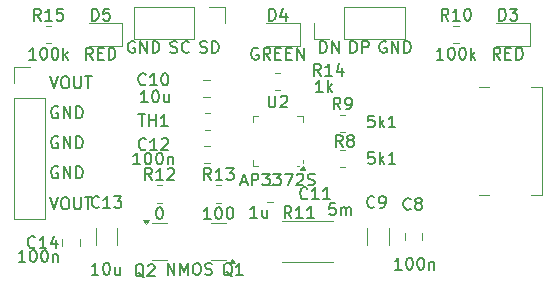
<source format=gto>
%TF.GenerationSoftware,KiCad,Pcbnew,8.0.4*%
%TF.CreationDate,2025-01-04T18:23:54+00:00*%
%TF.ProjectId,ap3372s_usbpd,61703333-3732-4735-9f75-736270642e6b,rev?*%
%TF.SameCoordinates,Original*%
%TF.FileFunction,Legend,Top*%
%TF.FilePolarity,Positive*%
%FSLAX46Y46*%
G04 Gerber Fmt 4.6, Leading zero omitted, Abs format (unit mm)*
G04 Created by KiCad (PCBNEW 8.0.4) date 2025-01-04 18:23:54*
%MOMM*%
%LPD*%
G01*
G04 APERTURE LIST*
%ADD10C,0.200000*%
%ADD11C,0.150000*%
%ADD12C,0.120000*%
G04 APERTURE END LIST*
D10*
X63414286Y-54489600D02*
X63557143Y-54537219D01*
X63557143Y-54537219D02*
X63795238Y-54537219D01*
X63795238Y-54537219D02*
X63890476Y-54489600D01*
X63890476Y-54489600D02*
X63938095Y-54441980D01*
X63938095Y-54441980D02*
X63985714Y-54346742D01*
X63985714Y-54346742D02*
X63985714Y-54251504D01*
X63985714Y-54251504D02*
X63938095Y-54156266D01*
X63938095Y-54156266D02*
X63890476Y-54108647D01*
X63890476Y-54108647D02*
X63795238Y-54061028D01*
X63795238Y-54061028D02*
X63604762Y-54013409D01*
X63604762Y-54013409D02*
X63509524Y-53965790D01*
X63509524Y-53965790D02*
X63461905Y-53918171D01*
X63461905Y-53918171D02*
X63414286Y-53822933D01*
X63414286Y-53822933D02*
X63414286Y-53727695D01*
X63414286Y-53727695D02*
X63461905Y-53632457D01*
X63461905Y-53632457D02*
X63509524Y-53584838D01*
X63509524Y-53584838D02*
X63604762Y-53537219D01*
X63604762Y-53537219D02*
X63842857Y-53537219D01*
X63842857Y-53537219D02*
X63985714Y-53584838D01*
X64985714Y-54441980D02*
X64938095Y-54489600D01*
X64938095Y-54489600D02*
X64795238Y-54537219D01*
X64795238Y-54537219D02*
X64700000Y-54537219D01*
X64700000Y-54537219D02*
X64557143Y-54489600D01*
X64557143Y-54489600D02*
X64461905Y-54394361D01*
X64461905Y-54394361D02*
X64414286Y-54299123D01*
X64414286Y-54299123D02*
X64366667Y-54108647D01*
X64366667Y-54108647D02*
X64366667Y-53965790D01*
X64366667Y-53965790D02*
X64414286Y-53775314D01*
X64414286Y-53775314D02*
X64461905Y-53680076D01*
X64461905Y-53680076D02*
X64557143Y-53584838D01*
X64557143Y-53584838D02*
X64700000Y-53537219D01*
X64700000Y-53537219D02*
X64795238Y-53537219D01*
X64795238Y-53537219D02*
X64938095Y-53584838D01*
X64938095Y-53584838D02*
X64985714Y-53632457D01*
X81678095Y-53584838D02*
X81582857Y-53537219D01*
X81582857Y-53537219D02*
X81440000Y-53537219D01*
X81440000Y-53537219D02*
X81297143Y-53584838D01*
X81297143Y-53584838D02*
X81201905Y-53680076D01*
X81201905Y-53680076D02*
X81154286Y-53775314D01*
X81154286Y-53775314D02*
X81106667Y-53965790D01*
X81106667Y-53965790D02*
X81106667Y-54108647D01*
X81106667Y-54108647D02*
X81154286Y-54299123D01*
X81154286Y-54299123D02*
X81201905Y-54394361D01*
X81201905Y-54394361D02*
X81297143Y-54489600D01*
X81297143Y-54489600D02*
X81440000Y-54537219D01*
X81440000Y-54537219D02*
X81535238Y-54537219D01*
X81535238Y-54537219D02*
X81678095Y-54489600D01*
X81678095Y-54489600D02*
X81725714Y-54441980D01*
X81725714Y-54441980D02*
X81725714Y-54108647D01*
X81725714Y-54108647D02*
X81535238Y-54108647D01*
X82154286Y-54537219D02*
X82154286Y-53537219D01*
X82154286Y-53537219D02*
X82725714Y-54537219D01*
X82725714Y-54537219D02*
X82725714Y-53537219D01*
X83201905Y-54537219D02*
X83201905Y-53537219D01*
X83201905Y-53537219D02*
X83440000Y-53537219D01*
X83440000Y-53537219D02*
X83582857Y-53584838D01*
X83582857Y-53584838D02*
X83678095Y-53680076D01*
X83678095Y-53680076D02*
X83725714Y-53775314D01*
X83725714Y-53775314D02*
X83773333Y-53965790D01*
X83773333Y-53965790D02*
X83773333Y-54108647D01*
X83773333Y-54108647D02*
X83725714Y-54299123D01*
X83725714Y-54299123D02*
X83678095Y-54394361D01*
X83678095Y-54394361D02*
X83582857Y-54489600D01*
X83582857Y-54489600D02*
X83440000Y-54537219D01*
X83440000Y-54537219D02*
X83201905Y-54537219D01*
X60378095Y-53584838D02*
X60282857Y-53537219D01*
X60282857Y-53537219D02*
X60140000Y-53537219D01*
X60140000Y-53537219D02*
X59997143Y-53584838D01*
X59997143Y-53584838D02*
X59901905Y-53680076D01*
X59901905Y-53680076D02*
X59854286Y-53775314D01*
X59854286Y-53775314D02*
X59806667Y-53965790D01*
X59806667Y-53965790D02*
X59806667Y-54108647D01*
X59806667Y-54108647D02*
X59854286Y-54299123D01*
X59854286Y-54299123D02*
X59901905Y-54394361D01*
X59901905Y-54394361D02*
X59997143Y-54489600D01*
X59997143Y-54489600D02*
X60140000Y-54537219D01*
X60140000Y-54537219D02*
X60235238Y-54537219D01*
X60235238Y-54537219D02*
X60378095Y-54489600D01*
X60378095Y-54489600D02*
X60425714Y-54441980D01*
X60425714Y-54441980D02*
X60425714Y-54108647D01*
X60425714Y-54108647D02*
X60235238Y-54108647D01*
X60854286Y-54537219D02*
X60854286Y-53537219D01*
X60854286Y-53537219D02*
X61425714Y-54537219D01*
X61425714Y-54537219D02*
X61425714Y-53537219D01*
X61901905Y-54537219D02*
X61901905Y-53537219D01*
X61901905Y-53537219D02*
X62140000Y-53537219D01*
X62140000Y-53537219D02*
X62282857Y-53584838D01*
X62282857Y-53584838D02*
X62378095Y-53680076D01*
X62378095Y-53680076D02*
X62425714Y-53775314D01*
X62425714Y-53775314D02*
X62473333Y-53965790D01*
X62473333Y-53965790D02*
X62473333Y-54108647D01*
X62473333Y-54108647D02*
X62425714Y-54299123D01*
X62425714Y-54299123D02*
X62378095Y-54394361D01*
X62378095Y-54394361D02*
X62282857Y-54489600D01*
X62282857Y-54489600D02*
X62140000Y-54537219D01*
X62140000Y-54537219D02*
X61901905Y-54537219D01*
X65934286Y-54489600D02*
X66077143Y-54537219D01*
X66077143Y-54537219D02*
X66315238Y-54537219D01*
X66315238Y-54537219D02*
X66410476Y-54489600D01*
X66410476Y-54489600D02*
X66458095Y-54441980D01*
X66458095Y-54441980D02*
X66505714Y-54346742D01*
X66505714Y-54346742D02*
X66505714Y-54251504D01*
X66505714Y-54251504D02*
X66458095Y-54156266D01*
X66458095Y-54156266D02*
X66410476Y-54108647D01*
X66410476Y-54108647D02*
X66315238Y-54061028D01*
X66315238Y-54061028D02*
X66124762Y-54013409D01*
X66124762Y-54013409D02*
X66029524Y-53965790D01*
X66029524Y-53965790D02*
X65981905Y-53918171D01*
X65981905Y-53918171D02*
X65934286Y-53822933D01*
X65934286Y-53822933D02*
X65934286Y-53727695D01*
X65934286Y-53727695D02*
X65981905Y-53632457D01*
X65981905Y-53632457D02*
X66029524Y-53584838D01*
X66029524Y-53584838D02*
X66124762Y-53537219D01*
X66124762Y-53537219D02*
X66362857Y-53537219D01*
X66362857Y-53537219D02*
X66505714Y-53584838D01*
X66934286Y-54537219D02*
X66934286Y-53537219D01*
X66934286Y-53537219D02*
X67172381Y-53537219D01*
X67172381Y-53537219D02*
X67315238Y-53584838D01*
X67315238Y-53584838D02*
X67410476Y-53680076D01*
X67410476Y-53680076D02*
X67458095Y-53775314D01*
X67458095Y-53775314D02*
X67505714Y-53965790D01*
X67505714Y-53965790D02*
X67505714Y-54108647D01*
X67505714Y-54108647D02*
X67458095Y-54299123D01*
X67458095Y-54299123D02*
X67410476Y-54394361D01*
X67410476Y-54394361D02*
X67315238Y-54489600D01*
X67315238Y-54489600D02*
X67172381Y-54537219D01*
X67172381Y-54537219D02*
X66934286Y-54537219D01*
X78658095Y-54537219D02*
X78658095Y-53537219D01*
X78658095Y-53537219D02*
X78896190Y-53537219D01*
X78896190Y-53537219D02*
X79039047Y-53584838D01*
X79039047Y-53584838D02*
X79134285Y-53680076D01*
X79134285Y-53680076D02*
X79181904Y-53775314D01*
X79181904Y-53775314D02*
X79229523Y-53965790D01*
X79229523Y-53965790D02*
X79229523Y-54108647D01*
X79229523Y-54108647D02*
X79181904Y-54299123D01*
X79181904Y-54299123D02*
X79134285Y-54394361D01*
X79134285Y-54394361D02*
X79039047Y-54489600D01*
X79039047Y-54489600D02*
X78896190Y-54537219D01*
X78896190Y-54537219D02*
X78658095Y-54537219D01*
X79658095Y-54537219D02*
X79658095Y-53537219D01*
X79658095Y-53537219D02*
X80039047Y-53537219D01*
X80039047Y-53537219D02*
X80134285Y-53584838D01*
X80134285Y-53584838D02*
X80181904Y-53632457D01*
X80181904Y-53632457D02*
X80229523Y-53727695D01*
X80229523Y-53727695D02*
X80229523Y-53870552D01*
X80229523Y-53870552D02*
X80181904Y-53965790D01*
X80181904Y-53965790D02*
X80134285Y-54013409D01*
X80134285Y-54013409D02*
X80039047Y-54061028D01*
X80039047Y-54061028D02*
X79658095Y-54061028D01*
X53893482Y-61659838D02*
X53798244Y-61612219D01*
X53798244Y-61612219D02*
X53655387Y-61612219D01*
X53655387Y-61612219D02*
X53512530Y-61659838D01*
X53512530Y-61659838D02*
X53417292Y-61755076D01*
X53417292Y-61755076D02*
X53369673Y-61850314D01*
X53369673Y-61850314D02*
X53322054Y-62040790D01*
X53322054Y-62040790D02*
X53322054Y-62183647D01*
X53322054Y-62183647D02*
X53369673Y-62374123D01*
X53369673Y-62374123D02*
X53417292Y-62469361D01*
X53417292Y-62469361D02*
X53512530Y-62564600D01*
X53512530Y-62564600D02*
X53655387Y-62612219D01*
X53655387Y-62612219D02*
X53750625Y-62612219D01*
X53750625Y-62612219D02*
X53893482Y-62564600D01*
X53893482Y-62564600D02*
X53941101Y-62516980D01*
X53941101Y-62516980D02*
X53941101Y-62183647D01*
X53941101Y-62183647D02*
X53750625Y-62183647D01*
X54369673Y-62612219D02*
X54369673Y-61612219D01*
X54369673Y-61612219D02*
X54941101Y-62612219D01*
X54941101Y-62612219D02*
X54941101Y-61612219D01*
X55417292Y-62612219D02*
X55417292Y-61612219D01*
X55417292Y-61612219D02*
X55655387Y-61612219D01*
X55655387Y-61612219D02*
X55798244Y-61659838D01*
X55798244Y-61659838D02*
X55893482Y-61755076D01*
X55893482Y-61755076D02*
X55941101Y-61850314D01*
X55941101Y-61850314D02*
X55988720Y-62040790D01*
X55988720Y-62040790D02*
X55988720Y-62183647D01*
X55988720Y-62183647D02*
X55941101Y-62374123D01*
X55941101Y-62374123D02*
X55893482Y-62469361D01*
X55893482Y-62469361D02*
X55798244Y-62564600D01*
X55798244Y-62564600D02*
X55655387Y-62612219D01*
X55655387Y-62612219D02*
X55417292Y-62612219D01*
X53226816Y-66772219D02*
X53560149Y-67772219D01*
X53560149Y-67772219D02*
X53893482Y-66772219D01*
X54417292Y-66772219D02*
X54607768Y-66772219D01*
X54607768Y-66772219D02*
X54703006Y-66819838D01*
X54703006Y-66819838D02*
X54798244Y-66915076D01*
X54798244Y-66915076D02*
X54845863Y-67105552D01*
X54845863Y-67105552D02*
X54845863Y-67438885D01*
X54845863Y-67438885D02*
X54798244Y-67629361D01*
X54798244Y-67629361D02*
X54703006Y-67724600D01*
X54703006Y-67724600D02*
X54607768Y-67772219D01*
X54607768Y-67772219D02*
X54417292Y-67772219D01*
X54417292Y-67772219D02*
X54322054Y-67724600D01*
X54322054Y-67724600D02*
X54226816Y-67629361D01*
X54226816Y-67629361D02*
X54179197Y-67438885D01*
X54179197Y-67438885D02*
X54179197Y-67105552D01*
X54179197Y-67105552D02*
X54226816Y-66915076D01*
X54226816Y-66915076D02*
X54322054Y-66819838D01*
X54322054Y-66819838D02*
X54417292Y-66772219D01*
X55274435Y-66772219D02*
X55274435Y-67581742D01*
X55274435Y-67581742D02*
X55322054Y-67676980D01*
X55322054Y-67676980D02*
X55369673Y-67724600D01*
X55369673Y-67724600D02*
X55464911Y-67772219D01*
X55464911Y-67772219D02*
X55655387Y-67772219D01*
X55655387Y-67772219D02*
X55750625Y-67724600D01*
X55750625Y-67724600D02*
X55798244Y-67676980D01*
X55798244Y-67676980D02*
X55845863Y-67581742D01*
X55845863Y-67581742D02*
X55845863Y-66772219D01*
X56179197Y-66772219D02*
X56750625Y-66772219D01*
X56464911Y-67772219D02*
X56464911Y-66772219D01*
X53226816Y-56532219D02*
X53560149Y-57532219D01*
X53560149Y-57532219D02*
X53893482Y-56532219D01*
X54417292Y-56532219D02*
X54607768Y-56532219D01*
X54607768Y-56532219D02*
X54703006Y-56579838D01*
X54703006Y-56579838D02*
X54798244Y-56675076D01*
X54798244Y-56675076D02*
X54845863Y-56865552D01*
X54845863Y-56865552D02*
X54845863Y-57198885D01*
X54845863Y-57198885D02*
X54798244Y-57389361D01*
X54798244Y-57389361D02*
X54703006Y-57484600D01*
X54703006Y-57484600D02*
X54607768Y-57532219D01*
X54607768Y-57532219D02*
X54417292Y-57532219D01*
X54417292Y-57532219D02*
X54322054Y-57484600D01*
X54322054Y-57484600D02*
X54226816Y-57389361D01*
X54226816Y-57389361D02*
X54179197Y-57198885D01*
X54179197Y-57198885D02*
X54179197Y-56865552D01*
X54179197Y-56865552D02*
X54226816Y-56675076D01*
X54226816Y-56675076D02*
X54322054Y-56579838D01*
X54322054Y-56579838D02*
X54417292Y-56532219D01*
X55274435Y-56532219D02*
X55274435Y-57341742D01*
X55274435Y-57341742D02*
X55322054Y-57436980D01*
X55322054Y-57436980D02*
X55369673Y-57484600D01*
X55369673Y-57484600D02*
X55464911Y-57532219D01*
X55464911Y-57532219D02*
X55655387Y-57532219D01*
X55655387Y-57532219D02*
X55750625Y-57484600D01*
X55750625Y-57484600D02*
X55798244Y-57436980D01*
X55798244Y-57436980D02*
X55845863Y-57341742D01*
X55845863Y-57341742D02*
X55845863Y-56532219D01*
X56179197Y-56532219D02*
X56750625Y-56532219D01*
X56464911Y-57532219D02*
X56464911Y-56532219D01*
X53893482Y-64199838D02*
X53798244Y-64152219D01*
X53798244Y-64152219D02*
X53655387Y-64152219D01*
X53655387Y-64152219D02*
X53512530Y-64199838D01*
X53512530Y-64199838D02*
X53417292Y-64295076D01*
X53417292Y-64295076D02*
X53369673Y-64390314D01*
X53369673Y-64390314D02*
X53322054Y-64580790D01*
X53322054Y-64580790D02*
X53322054Y-64723647D01*
X53322054Y-64723647D02*
X53369673Y-64914123D01*
X53369673Y-64914123D02*
X53417292Y-65009361D01*
X53417292Y-65009361D02*
X53512530Y-65104600D01*
X53512530Y-65104600D02*
X53655387Y-65152219D01*
X53655387Y-65152219D02*
X53750625Y-65152219D01*
X53750625Y-65152219D02*
X53893482Y-65104600D01*
X53893482Y-65104600D02*
X53941101Y-65056980D01*
X53941101Y-65056980D02*
X53941101Y-64723647D01*
X53941101Y-64723647D02*
X53750625Y-64723647D01*
X54369673Y-65152219D02*
X54369673Y-64152219D01*
X54369673Y-64152219D02*
X54941101Y-65152219D01*
X54941101Y-65152219D02*
X54941101Y-64152219D01*
X55417292Y-65152219D02*
X55417292Y-64152219D01*
X55417292Y-64152219D02*
X55655387Y-64152219D01*
X55655387Y-64152219D02*
X55798244Y-64199838D01*
X55798244Y-64199838D02*
X55893482Y-64295076D01*
X55893482Y-64295076D02*
X55941101Y-64390314D01*
X55941101Y-64390314D02*
X55988720Y-64580790D01*
X55988720Y-64580790D02*
X55988720Y-64723647D01*
X55988720Y-64723647D02*
X55941101Y-64914123D01*
X55941101Y-64914123D02*
X55893482Y-65009361D01*
X55893482Y-65009361D02*
X55798244Y-65104600D01*
X55798244Y-65104600D02*
X55655387Y-65152219D01*
X55655387Y-65152219D02*
X55417292Y-65152219D01*
X76094286Y-54537219D02*
X76094286Y-53537219D01*
X76094286Y-53537219D02*
X76332381Y-53537219D01*
X76332381Y-53537219D02*
X76475238Y-53584838D01*
X76475238Y-53584838D02*
X76570476Y-53680076D01*
X76570476Y-53680076D02*
X76618095Y-53775314D01*
X76618095Y-53775314D02*
X76665714Y-53965790D01*
X76665714Y-53965790D02*
X76665714Y-54108647D01*
X76665714Y-54108647D02*
X76618095Y-54299123D01*
X76618095Y-54299123D02*
X76570476Y-54394361D01*
X76570476Y-54394361D02*
X76475238Y-54489600D01*
X76475238Y-54489600D02*
X76332381Y-54537219D01*
X76332381Y-54537219D02*
X76094286Y-54537219D01*
X77094286Y-54537219D02*
X77094286Y-53537219D01*
X77094286Y-53537219D02*
X77665714Y-54537219D01*
X77665714Y-54537219D02*
X77665714Y-53537219D01*
X53893482Y-59119838D02*
X53798244Y-59072219D01*
X53798244Y-59072219D02*
X53655387Y-59072219D01*
X53655387Y-59072219D02*
X53512530Y-59119838D01*
X53512530Y-59119838D02*
X53417292Y-59215076D01*
X53417292Y-59215076D02*
X53369673Y-59310314D01*
X53369673Y-59310314D02*
X53322054Y-59500790D01*
X53322054Y-59500790D02*
X53322054Y-59643647D01*
X53322054Y-59643647D02*
X53369673Y-59834123D01*
X53369673Y-59834123D02*
X53417292Y-59929361D01*
X53417292Y-59929361D02*
X53512530Y-60024600D01*
X53512530Y-60024600D02*
X53655387Y-60072219D01*
X53655387Y-60072219D02*
X53750625Y-60072219D01*
X53750625Y-60072219D02*
X53893482Y-60024600D01*
X53893482Y-60024600D02*
X53941101Y-59976980D01*
X53941101Y-59976980D02*
X53941101Y-59643647D01*
X53941101Y-59643647D02*
X53750625Y-59643647D01*
X54369673Y-60072219D02*
X54369673Y-59072219D01*
X54369673Y-59072219D02*
X54941101Y-60072219D01*
X54941101Y-60072219D02*
X54941101Y-59072219D01*
X55417292Y-60072219D02*
X55417292Y-59072219D01*
X55417292Y-59072219D02*
X55655387Y-59072219D01*
X55655387Y-59072219D02*
X55798244Y-59119838D01*
X55798244Y-59119838D02*
X55893482Y-59215076D01*
X55893482Y-59215076D02*
X55941101Y-59310314D01*
X55941101Y-59310314D02*
X55988720Y-59500790D01*
X55988720Y-59500790D02*
X55988720Y-59643647D01*
X55988720Y-59643647D02*
X55941101Y-59834123D01*
X55941101Y-59834123D02*
X55893482Y-59929361D01*
X55893482Y-59929361D02*
X55798244Y-60024600D01*
X55798244Y-60024600D02*
X55655387Y-60072219D01*
X55655387Y-60072219D02*
X55417292Y-60072219D01*
D11*
X61184761Y-73540057D02*
X61089523Y-73492438D01*
X61089523Y-73492438D02*
X60994285Y-73397200D01*
X60994285Y-73397200D02*
X60851428Y-73254342D01*
X60851428Y-73254342D02*
X60756190Y-73206723D01*
X60756190Y-73206723D02*
X60660952Y-73206723D01*
X60708571Y-73444819D02*
X60613333Y-73397200D01*
X60613333Y-73397200D02*
X60518095Y-73301961D01*
X60518095Y-73301961D02*
X60470476Y-73111485D01*
X60470476Y-73111485D02*
X60470476Y-72778152D01*
X60470476Y-72778152D02*
X60518095Y-72587676D01*
X60518095Y-72587676D02*
X60613333Y-72492438D01*
X60613333Y-72492438D02*
X60708571Y-72444819D01*
X60708571Y-72444819D02*
X60899047Y-72444819D01*
X60899047Y-72444819D02*
X60994285Y-72492438D01*
X60994285Y-72492438D02*
X61089523Y-72587676D01*
X61089523Y-72587676D02*
X61137142Y-72778152D01*
X61137142Y-72778152D02*
X61137142Y-73111485D01*
X61137142Y-73111485D02*
X61089523Y-73301961D01*
X61089523Y-73301961D02*
X60994285Y-73397200D01*
X60994285Y-73397200D02*
X60899047Y-73444819D01*
X60899047Y-73444819D02*
X60708571Y-73444819D01*
X61518095Y-72540057D02*
X61565714Y-72492438D01*
X61565714Y-72492438D02*
X61660952Y-72444819D01*
X61660952Y-72444819D02*
X61899047Y-72444819D01*
X61899047Y-72444819D02*
X61994285Y-72492438D01*
X61994285Y-72492438D02*
X62041904Y-72540057D01*
X62041904Y-72540057D02*
X62089523Y-72635295D01*
X62089523Y-72635295D02*
X62089523Y-72730533D01*
X62089523Y-72730533D02*
X62041904Y-72873390D01*
X62041904Y-72873390D02*
X61470476Y-73444819D01*
X61470476Y-73444819D02*
X62089523Y-73444819D01*
X80683333Y-67559580D02*
X80635714Y-67607200D01*
X80635714Y-67607200D02*
X80492857Y-67654819D01*
X80492857Y-67654819D02*
X80397619Y-67654819D01*
X80397619Y-67654819D02*
X80254762Y-67607200D01*
X80254762Y-67607200D02*
X80159524Y-67511961D01*
X80159524Y-67511961D02*
X80111905Y-67416723D01*
X80111905Y-67416723D02*
X80064286Y-67226247D01*
X80064286Y-67226247D02*
X80064286Y-67083390D01*
X80064286Y-67083390D02*
X80111905Y-66892914D01*
X80111905Y-66892914D02*
X80159524Y-66797676D01*
X80159524Y-66797676D02*
X80254762Y-66702438D01*
X80254762Y-66702438D02*
X80397619Y-66654819D01*
X80397619Y-66654819D02*
X80492857Y-66654819D01*
X80492857Y-66654819D02*
X80635714Y-66702438D01*
X80635714Y-66702438D02*
X80683333Y-66750057D01*
X81159524Y-67654819D02*
X81350000Y-67654819D01*
X81350000Y-67654819D02*
X81445238Y-67607200D01*
X81445238Y-67607200D02*
X81492857Y-67559580D01*
X81492857Y-67559580D02*
X81588095Y-67416723D01*
X81588095Y-67416723D02*
X81635714Y-67226247D01*
X81635714Y-67226247D02*
X81635714Y-66845295D01*
X81635714Y-66845295D02*
X81588095Y-66750057D01*
X81588095Y-66750057D02*
X81540476Y-66702438D01*
X81540476Y-66702438D02*
X81445238Y-66654819D01*
X81445238Y-66654819D02*
X81254762Y-66654819D01*
X81254762Y-66654819D02*
X81159524Y-66702438D01*
X81159524Y-66702438D02*
X81111905Y-66750057D01*
X81111905Y-66750057D02*
X81064286Y-66845295D01*
X81064286Y-66845295D02*
X81064286Y-67083390D01*
X81064286Y-67083390D02*
X81111905Y-67178628D01*
X81111905Y-67178628D02*
X81159524Y-67226247D01*
X81159524Y-67226247D02*
X81254762Y-67273866D01*
X81254762Y-67273866D02*
X81445238Y-67273866D01*
X81445238Y-67273866D02*
X81540476Y-67226247D01*
X81540476Y-67226247D02*
X81588095Y-67178628D01*
X81588095Y-67178628D02*
X81635714Y-67083390D01*
X51957142Y-70969580D02*
X51909523Y-71017200D01*
X51909523Y-71017200D02*
X51766666Y-71064819D01*
X51766666Y-71064819D02*
X51671428Y-71064819D01*
X51671428Y-71064819D02*
X51528571Y-71017200D01*
X51528571Y-71017200D02*
X51433333Y-70921961D01*
X51433333Y-70921961D02*
X51385714Y-70826723D01*
X51385714Y-70826723D02*
X51338095Y-70636247D01*
X51338095Y-70636247D02*
X51338095Y-70493390D01*
X51338095Y-70493390D02*
X51385714Y-70302914D01*
X51385714Y-70302914D02*
X51433333Y-70207676D01*
X51433333Y-70207676D02*
X51528571Y-70112438D01*
X51528571Y-70112438D02*
X51671428Y-70064819D01*
X51671428Y-70064819D02*
X51766666Y-70064819D01*
X51766666Y-70064819D02*
X51909523Y-70112438D01*
X51909523Y-70112438D02*
X51957142Y-70160057D01*
X52909523Y-71064819D02*
X52338095Y-71064819D01*
X52623809Y-71064819D02*
X52623809Y-70064819D01*
X52623809Y-70064819D02*
X52528571Y-70207676D01*
X52528571Y-70207676D02*
X52433333Y-70302914D01*
X52433333Y-70302914D02*
X52338095Y-70350533D01*
X53766666Y-70398152D02*
X53766666Y-71064819D01*
X53528571Y-70017200D02*
X53290476Y-70731485D01*
X53290476Y-70731485D02*
X53909523Y-70731485D01*
X51130952Y-72234819D02*
X50559524Y-72234819D01*
X50845238Y-72234819D02*
X50845238Y-71234819D01*
X50845238Y-71234819D02*
X50750000Y-71377676D01*
X50750000Y-71377676D02*
X50654762Y-71472914D01*
X50654762Y-71472914D02*
X50559524Y-71520533D01*
X51750000Y-71234819D02*
X51845238Y-71234819D01*
X51845238Y-71234819D02*
X51940476Y-71282438D01*
X51940476Y-71282438D02*
X51988095Y-71330057D01*
X51988095Y-71330057D02*
X52035714Y-71425295D01*
X52035714Y-71425295D02*
X52083333Y-71615771D01*
X52083333Y-71615771D02*
X52083333Y-71853866D01*
X52083333Y-71853866D02*
X52035714Y-72044342D01*
X52035714Y-72044342D02*
X51988095Y-72139580D01*
X51988095Y-72139580D02*
X51940476Y-72187200D01*
X51940476Y-72187200D02*
X51845238Y-72234819D01*
X51845238Y-72234819D02*
X51750000Y-72234819D01*
X51750000Y-72234819D02*
X51654762Y-72187200D01*
X51654762Y-72187200D02*
X51607143Y-72139580D01*
X51607143Y-72139580D02*
X51559524Y-72044342D01*
X51559524Y-72044342D02*
X51511905Y-71853866D01*
X51511905Y-71853866D02*
X51511905Y-71615771D01*
X51511905Y-71615771D02*
X51559524Y-71425295D01*
X51559524Y-71425295D02*
X51607143Y-71330057D01*
X51607143Y-71330057D02*
X51654762Y-71282438D01*
X51654762Y-71282438D02*
X51750000Y-71234819D01*
X52702381Y-71234819D02*
X52797619Y-71234819D01*
X52797619Y-71234819D02*
X52892857Y-71282438D01*
X52892857Y-71282438D02*
X52940476Y-71330057D01*
X52940476Y-71330057D02*
X52988095Y-71425295D01*
X52988095Y-71425295D02*
X53035714Y-71615771D01*
X53035714Y-71615771D02*
X53035714Y-71853866D01*
X53035714Y-71853866D02*
X52988095Y-72044342D01*
X52988095Y-72044342D02*
X52940476Y-72139580D01*
X52940476Y-72139580D02*
X52892857Y-72187200D01*
X52892857Y-72187200D02*
X52797619Y-72234819D01*
X52797619Y-72234819D02*
X52702381Y-72234819D01*
X52702381Y-72234819D02*
X52607143Y-72187200D01*
X52607143Y-72187200D02*
X52559524Y-72139580D01*
X52559524Y-72139580D02*
X52511905Y-72044342D01*
X52511905Y-72044342D02*
X52464286Y-71853866D01*
X52464286Y-71853866D02*
X52464286Y-71615771D01*
X52464286Y-71615771D02*
X52511905Y-71425295D01*
X52511905Y-71425295D02*
X52559524Y-71330057D01*
X52559524Y-71330057D02*
X52607143Y-71282438D01*
X52607143Y-71282438D02*
X52702381Y-71234819D01*
X53464286Y-71568152D02*
X53464286Y-72234819D01*
X53464286Y-71663390D02*
X53511905Y-71615771D01*
X53511905Y-71615771D02*
X53607143Y-71568152D01*
X53607143Y-71568152D02*
X53750000Y-71568152D01*
X53750000Y-71568152D02*
X53845238Y-71615771D01*
X53845238Y-71615771D02*
X53892857Y-71711009D01*
X53892857Y-71711009D02*
X53892857Y-72234819D01*
X61857142Y-65304819D02*
X61523809Y-64828628D01*
X61285714Y-65304819D02*
X61285714Y-64304819D01*
X61285714Y-64304819D02*
X61666666Y-64304819D01*
X61666666Y-64304819D02*
X61761904Y-64352438D01*
X61761904Y-64352438D02*
X61809523Y-64400057D01*
X61809523Y-64400057D02*
X61857142Y-64495295D01*
X61857142Y-64495295D02*
X61857142Y-64638152D01*
X61857142Y-64638152D02*
X61809523Y-64733390D01*
X61809523Y-64733390D02*
X61761904Y-64781009D01*
X61761904Y-64781009D02*
X61666666Y-64828628D01*
X61666666Y-64828628D02*
X61285714Y-64828628D01*
X62809523Y-65304819D02*
X62238095Y-65304819D01*
X62523809Y-65304819D02*
X62523809Y-64304819D01*
X62523809Y-64304819D02*
X62428571Y-64447676D01*
X62428571Y-64447676D02*
X62333333Y-64542914D01*
X62333333Y-64542914D02*
X62238095Y-64590533D01*
X63190476Y-64400057D02*
X63238095Y-64352438D01*
X63238095Y-64352438D02*
X63333333Y-64304819D01*
X63333333Y-64304819D02*
X63571428Y-64304819D01*
X63571428Y-64304819D02*
X63666666Y-64352438D01*
X63666666Y-64352438D02*
X63714285Y-64400057D01*
X63714285Y-64400057D02*
X63761904Y-64495295D01*
X63761904Y-64495295D02*
X63761904Y-64590533D01*
X63761904Y-64590533D02*
X63714285Y-64733390D01*
X63714285Y-64733390D02*
X63142857Y-65304819D01*
X63142857Y-65304819D02*
X63761904Y-65304819D01*
X62452381Y-67604819D02*
X62547619Y-67604819D01*
X62547619Y-67604819D02*
X62642857Y-67652438D01*
X62642857Y-67652438D02*
X62690476Y-67700057D01*
X62690476Y-67700057D02*
X62738095Y-67795295D01*
X62738095Y-67795295D02*
X62785714Y-67985771D01*
X62785714Y-67985771D02*
X62785714Y-68223866D01*
X62785714Y-68223866D02*
X62738095Y-68414342D01*
X62738095Y-68414342D02*
X62690476Y-68509580D01*
X62690476Y-68509580D02*
X62642857Y-68557200D01*
X62642857Y-68557200D02*
X62547619Y-68604819D01*
X62547619Y-68604819D02*
X62452381Y-68604819D01*
X62452381Y-68604819D02*
X62357143Y-68557200D01*
X62357143Y-68557200D02*
X62309524Y-68509580D01*
X62309524Y-68509580D02*
X62261905Y-68414342D01*
X62261905Y-68414342D02*
X62214286Y-68223866D01*
X62214286Y-68223866D02*
X62214286Y-67985771D01*
X62214286Y-67985771D02*
X62261905Y-67795295D01*
X62261905Y-67795295D02*
X62309524Y-67700057D01*
X62309524Y-67700057D02*
X62357143Y-67652438D01*
X62357143Y-67652438D02*
X62452381Y-67604819D01*
X57367142Y-67579580D02*
X57319523Y-67627200D01*
X57319523Y-67627200D02*
X57176666Y-67674819D01*
X57176666Y-67674819D02*
X57081428Y-67674819D01*
X57081428Y-67674819D02*
X56938571Y-67627200D01*
X56938571Y-67627200D02*
X56843333Y-67531961D01*
X56843333Y-67531961D02*
X56795714Y-67436723D01*
X56795714Y-67436723D02*
X56748095Y-67246247D01*
X56748095Y-67246247D02*
X56748095Y-67103390D01*
X56748095Y-67103390D02*
X56795714Y-66912914D01*
X56795714Y-66912914D02*
X56843333Y-66817676D01*
X56843333Y-66817676D02*
X56938571Y-66722438D01*
X56938571Y-66722438D02*
X57081428Y-66674819D01*
X57081428Y-66674819D02*
X57176666Y-66674819D01*
X57176666Y-66674819D02*
X57319523Y-66722438D01*
X57319523Y-66722438D02*
X57367142Y-66770057D01*
X58319523Y-67674819D02*
X57748095Y-67674819D01*
X58033809Y-67674819D02*
X58033809Y-66674819D01*
X58033809Y-66674819D02*
X57938571Y-66817676D01*
X57938571Y-66817676D02*
X57843333Y-66912914D01*
X57843333Y-66912914D02*
X57748095Y-66960533D01*
X58652857Y-66674819D02*
X59271904Y-66674819D01*
X59271904Y-66674819D02*
X58938571Y-67055771D01*
X58938571Y-67055771D02*
X59081428Y-67055771D01*
X59081428Y-67055771D02*
X59176666Y-67103390D01*
X59176666Y-67103390D02*
X59224285Y-67151009D01*
X59224285Y-67151009D02*
X59271904Y-67246247D01*
X59271904Y-67246247D02*
X59271904Y-67484342D01*
X59271904Y-67484342D02*
X59224285Y-67579580D01*
X59224285Y-67579580D02*
X59176666Y-67627200D01*
X59176666Y-67627200D02*
X59081428Y-67674819D01*
X59081428Y-67674819D02*
X58795714Y-67674819D01*
X58795714Y-67674819D02*
X58700476Y-67627200D01*
X58700476Y-67627200D02*
X58652857Y-67579580D01*
X57327142Y-73314819D02*
X56755714Y-73314819D01*
X57041428Y-73314819D02*
X57041428Y-72314819D01*
X57041428Y-72314819D02*
X56946190Y-72457676D01*
X56946190Y-72457676D02*
X56850952Y-72552914D01*
X56850952Y-72552914D02*
X56755714Y-72600533D01*
X57946190Y-72314819D02*
X58041428Y-72314819D01*
X58041428Y-72314819D02*
X58136666Y-72362438D01*
X58136666Y-72362438D02*
X58184285Y-72410057D01*
X58184285Y-72410057D02*
X58231904Y-72505295D01*
X58231904Y-72505295D02*
X58279523Y-72695771D01*
X58279523Y-72695771D02*
X58279523Y-72933866D01*
X58279523Y-72933866D02*
X58231904Y-73124342D01*
X58231904Y-73124342D02*
X58184285Y-73219580D01*
X58184285Y-73219580D02*
X58136666Y-73267200D01*
X58136666Y-73267200D02*
X58041428Y-73314819D01*
X58041428Y-73314819D02*
X57946190Y-73314819D01*
X57946190Y-73314819D02*
X57850952Y-73267200D01*
X57850952Y-73267200D02*
X57803333Y-73219580D01*
X57803333Y-73219580D02*
X57755714Y-73124342D01*
X57755714Y-73124342D02*
X57708095Y-72933866D01*
X57708095Y-72933866D02*
X57708095Y-72695771D01*
X57708095Y-72695771D02*
X57755714Y-72505295D01*
X57755714Y-72505295D02*
X57803333Y-72410057D01*
X57803333Y-72410057D02*
X57850952Y-72362438D01*
X57850952Y-72362438D02*
X57946190Y-72314819D01*
X59136666Y-72648152D02*
X59136666Y-73314819D01*
X58708095Y-72648152D02*
X58708095Y-73171961D01*
X58708095Y-73171961D02*
X58755714Y-73267200D01*
X58755714Y-73267200D02*
X58850952Y-73314819D01*
X58850952Y-73314819D02*
X58993809Y-73314819D01*
X58993809Y-73314819D02*
X59089047Y-73267200D01*
X59089047Y-73267200D02*
X59136666Y-73219580D01*
X91261905Y-51804819D02*
X91261905Y-50804819D01*
X91261905Y-50804819D02*
X91500000Y-50804819D01*
X91500000Y-50804819D02*
X91642857Y-50852438D01*
X91642857Y-50852438D02*
X91738095Y-50947676D01*
X91738095Y-50947676D02*
X91785714Y-51042914D01*
X91785714Y-51042914D02*
X91833333Y-51233390D01*
X91833333Y-51233390D02*
X91833333Y-51376247D01*
X91833333Y-51376247D02*
X91785714Y-51566723D01*
X91785714Y-51566723D02*
X91738095Y-51661961D01*
X91738095Y-51661961D02*
X91642857Y-51757200D01*
X91642857Y-51757200D02*
X91500000Y-51804819D01*
X91500000Y-51804819D02*
X91261905Y-51804819D01*
X92166667Y-50804819D02*
X92785714Y-50804819D01*
X92785714Y-50804819D02*
X92452381Y-51185771D01*
X92452381Y-51185771D02*
X92595238Y-51185771D01*
X92595238Y-51185771D02*
X92690476Y-51233390D01*
X92690476Y-51233390D02*
X92738095Y-51281009D01*
X92738095Y-51281009D02*
X92785714Y-51376247D01*
X92785714Y-51376247D02*
X92785714Y-51614342D01*
X92785714Y-51614342D02*
X92738095Y-51709580D01*
X92738095Y-51709580D02*
X92690476Y-51757200D01*
X92690476Y-51757200D02*
X92595238Y-51804819D01*
X92595238Y-51804819D02*
X92309524Y-51804819D01*
X92309524Y-51804819D02*
X92214286Y-51757200D01*
X92214286Y-51757200D02*
X92166667Y-51709580D01*
X91357142Y-55104819D02*
X91023809Y-54628628D01*
X90785714Y-55104819D02*
X90785714Y-54104819D01*
X90785714Y-54104819D02*
X91166666Y-54104819D01*
X91166666Y-54104819D02*
X91261904Y-54152438D01*
X91261904Y-54152438D02*
X91309523Y-54200057D01*
X91309523Y-54200057D02*
X91357142Y-54295295D01*
X91357142Y-54295295D02*
X91357142Y-54438152D01*
X91357142Y-54438152D02*
X91309523Y-54533390D01*
X91309523Y-54533390D02*
X91261904Y-54581009D01*
X91261904Y-54581009D02*
X91166666Y-54628628D01*
X91166666Y-54628628D02*
X90785714Y-54628628D01*
X91785714Y-54581009D02*
X92119047Y-54581009D01*
X92261904Y-55104819D02*
X91785714Y-55104819D01*
X91785714Y-55104819D02*
X91785714Y-54104819D01*
X91785714Y-54104819D02*
X92261904Y-54104819D01*
X92690476Y-55104819D02*
X92690476Y-54104819D01*
X92690476Y-54104819D02*
X92928571Y-54104819D01*
X92928571Y-54104819D02*
X93071428Y-54152438D01*
X93071428Y-54152438D02*
X93166666Y-54247676D01*
X93166666Y-54247676D02*
X93214285Y-54342914D01*
X93214285Y-54342914D02*
X93261904Y-54533390D01*
X93261904Y-54533390D02*
X93261904Y-54676247D01*
X93261904Y-54676247D02*
X93214285Y-54866723D01*
X93214285Y-54866723D02*
X93166666Y-54961961D01*
X93166666Y-54961961D02*
X93071428Y-55057200D01*
X93071428Y-55057200D02*
X92928571Y-55104819D01*
X92928571Y-55104819D02*
X92690476Y-55104819D01*
X56761905Y-51804819D02*
X56761905Y-50804819D01*
X56761905Y-50804819D02*
X57000000Y-50804819D01*
X57000000Y-50804819D02*
X57142857Y-50852438D01*
X57142857Y-50852438D02*
X57238095Y-50947676D01*
X57238095Y-50947676D02*
X57285714Y-51042914D01*
X57285714Y-51042914D02*
X57333333Y-51233390D01*
X57333333Y-51233390D02*
X57333333Y-51376247D01*
X57333333Y-51376247D02*
X57285714Y-51566723D01*
X57285714Y-51566723D02*
X57238095Y-51661961D01*
X57238095Y-51661961D02*
X57142857Y-51757200D01*
X57142857Y-51757200D02*
X57000000Y-51804819D01*
X57000000Y-51804819D02*
X56761905Y-51804819D01*
X58238095Y-50804819D02*
X57761905Y-50804819D01*
X57761905Y-50804819D02*
X57714286Y-51281009D01*
X57714286Y-51281009D02*
X57761905Y-51233390D01*
X57761905Y-51233390D02*
X57857143Y-51185771D01*
X57857143Y-51185771D02*
X58095238Y-51185771D01*
X58095238Y-51185771D02*
X58190476Y-51233390D01*
X58190476Y-51233390D02*
X58238095Y-51281009D01*
X58238095Y-51281009D02*
X58285714Y-51376247D01*
X58285714Y-51376247D02*
X58285714Y-51614342D01*
X58285714Y-51614342D02*
X58238095Y-51709580D01*
X58238095Y-51709580D02*
X58190476Y-51757200D01*
X58190476Y-51757200D02*
X58095238Y-51804819D01*
X58095238Y-51804819D02*
X57857143Y-51804819D01*
X57857143Y-51804819D02*
X57761905Y-51757200D01*
X57761905Y-51757200D02*
X57714286Y-51709580D01*
X56857142Y-55104819D02*
X56523809Y-54628628D01*
X56285714Y-55104819D02*
X56285714Y-54104819D01*
X56285714Y-54104819D02*
X56666666Y-54104819D01*
X56666666Y-54104819D02*
X56761904Y-54152438D01*
X56761904Y-54152438D02*
X56809523Y-54200057D01*
X56809523Y-54200057D02*
X56857142Y-54295295D01*
X56857142Y-54295295D02*
X56857142Y-54438152D01*
X56857142Y-54438152D02*
X56809523Y-54533390D01*
X56809523Y-54533390D02*
X56761904Y-54581009D01*
X56761904Y-54581009D02*
X56666666Y-54628628D01*
X56666666Y-54628628D02*
X56285714Y-54628628D01*
X57285714Y-54581009D02*
X57619047Y-54581009D01*
X57761904Y-55104819D02*
X57285714Y-55104819D01*
X57285714Y-55104819D02*
X57285714Y-54104819D01*
X57285714Y-54104819D02*
X57761904Y-54104819D01*
X58190476Y-55104819D02*
X58190476Y-54104819D01*
X58190476Y-54104819D02*
X58428571Y-54104819D01*
X58428571Y-54104819D02*
X58571428Y-54152438D01*
X58571428Y-54152438D02*
X58666666Y-54247676D01*
X58666666Y-54247676D02*
X58714285Y-54342914D01*
X58714285Y-54342914D02*
X58761904Y-54533390D01*
X58761904Y-54533390D02*
X58761904Y-54676247D01*
X58761904Y-54676247D02*
X58714285Y-54866723D01*
X58714285Y-54866723D02*
X58666666Y-54961961D01*
X58666666Y-54961961D02*
X58571428Y-55057200D01*
X58571428Y-55057200D02*
X58428571Y-55104819D01*
X58428571Y-55104819D02*
X58190476Y-55104819D01*
X83763333Y-67749580D02*
X83715714Y-67797200D01*
X83715714Y-67797200D02*
X83572857Y-67844819D01*
X83572857Y-67844819D02*
X83477619Y-67844819D01*
X83477619Y-67844819D02*
X83334762Y-67797200D01*
X83334762Y-67797200D02*
X83239524Y-67701961D01*
X83239524Y-67701961D02*
X83191905Y-67606723D01*
X83191905Y-67606723D02*
X83144286Y-67416247D01*
X83144286Y-67416247D02*
X83144286Y-67273390D01*
X83144286Y-67273390D02*
X83191905Y-67082914D01*
X83191905Y-67082914D02*
X83239524Y-66987676D01*
X83239524Y-66987676D02*
X83334762Y-66892438D01*
X83334762Y-66892438D02*
X83477619Y-66844819D01*
X83477619Y-66844819D02*
X83572857Y-66844819D01*
X83572857Y-66844819D02*
X83715714Y-66892438D01*
X83715714Y-66892438D02*
X83763333Y-66940057D01*
X84334762Y-67273390D02*
X84239524Y-67225771D01*
X84239524Y-67225771D02*
X84191905Y-67178152D01*
X84191905Y-67178152D02*
X84144286Y-67082914D01*
X84144286Y-67082914D02*
X84144286Y-67035295D01*
X84144286Y-67035295D02*
X84191905Y-66940057D01*
X84191905Y-66940057D02*
X84239524Y-66892438D01*
X84239524Y-66892438D02*
X84334762Y-66844819D01*
X84334762Y-66844819D02*
X84525238Y-66844819D01*
X84525238Y-66844819D02*
X84620476Y-66892438D01*
X84620476Y-66892438D02*
X84668095Y-66940057D01*
X84668095Y-66940057D02*
X84715714Y-67035295D01*
X84715714Y-67035295D02*
X84715714Y-67082914D01*
X84715714Y-67082914D02*
X84668095Y-67178152D01*
X84668095Y-67178152D02*
X84620476Y-67225771D01*
X84620476Y-67225771D02*
X84525238Y-67273390D01*
X84525238Y-67273390D02*
X84334762Y-67273390D01*
X84334762Y-67273390D02*
X84239524Y-67321009D01*
X84239524Y-67321009D02*
X84191905Y-67368628D01*
X84191905Y-67368628D02*
X84144286Y-67463866D01*
X84144286Y-67463866D02*
X84144286Y-67654342D01*
X84144286Y-67654342D02*
X84191905Y-67749580D01*
X84191905Y-67749580D02*
X84239524Y-67797200D01*
X84239524Y-67797200D02*
X84334762Y-67844819D01*
X84334762Y-67844819D02*
X84525238Y-67844819D01*
X84525238Y-67844819D02*
X84620476Y-67797200D01*
X84620476Y-67797200D02*
X84668095Y-67749580D01*
X84668095Y-67749580D02*
X84715714Y-67654342D01*
X84715714Y-67654342D02*
X84715714Y-67463866D01*
X84715714Y-67463866D02*
X84668095Y-67368628D01*
X84668095Y-67368628D02*
X84620476Y-67321009D01*
X84620476Y-67321009D02*
X84525238Y-67273390D01*
X83000952Y-72884819D02*
X82429524Y-72884819D01*
X82715238Y-72884819D02*
X82715238Y-71884819D01*
X82715238Y-71884819D02*
X82620000Y-72027676D01*
X82620000Y-72027676D02*
X82524762Y-72122914D01*
X82524762Y-72122914D02*
X82429524Y-72170533D01*
X83620000Y-71884819D02*
X83715238Y-71884819D01*
X83715238Y-71884819D02*
X83810476Y-71932438D01*
X83810476Y-71932438D02*
X83858095Y-71980057D01*
X83858095Y-71980057D02*
X83905714Y-72075295D01*
X83905714Y-72075295D02*
X83953333Y-72265771D01*
X83953333Y-72265771D02*
X83953333Y-72503866D01*
X83953333Y-72503866D02*
X83905714Y-72694342D01*
X83905714Y-72694342D02*
X83858095Y-72789580D01*
X83858095Y-72789580D02*
X83810476Y-72837200D01*
X83810476Y-72837200D02*
X83715238Y-72884819D01*
X83715238Y-72884819D02*
X83620000Y-72884819D01*
X83620000Y-72884819D02*
X83524762Y-72837200D01*
X83524762Y-72837200D02*
X83477143Y-72789580D01*
X83477143Y-72789580D02*
X83429524Y-72694342D01*
X83429524Y-72694342D02*
X83381905Y-72503866D01*
X83381905Y-72503866D02*
X83381905Y-72265771D01*
X83381905Y-72265771D02*
X83429524Y-72075295D01*
X83429524Y-72075295D02*
X83477143Y-71980057D01*
X83477143Y-71980057D02*
X83524762Y-71932438D01*
X83524762Y-71932438D02*
X83620000Y-71884819D01*
X84572381Y-71884819D02*
X84667619Y-71884819D01*
X84667619Y-71884819D02*
X84762857Y-71932438D01*
X84762857Y-71932438D02*
X84810476Y-71980057D01*
X84810476Y-71980057D02*
X84858095Y-72075295D01*
X84858095Y-72075295D02*
X84905714Y-72265771D01*
X84905714Y-72265771D02*
X84905714Y-72503866D01*
X84905714Y-72503866D02*
X84858095Y-72694342D01*
X84858095Y-72694342D02*
X84810476Y-72789580D01*
X84810476Y-72789580D02*
X84762857Y-72837200D01*
X84762857Y-72837200D02*
X84667619Y-72884819D01*
X84667619Y-72884819D02*
X84572381Y-72884819D01*
X84572381Y-72884819D02*
X84477143Y-72837200D01*
X84477143Y-72837200D02*
X84429524Y-72789580D01*
X84429524Y-72789580D02*
X84381905Y-72694342D01*
X84381905Y-72694342D02*
X84334286Y-72503866D01*
X84334286Y-72503866D02*
X84334286Y-72265771D01*
X84334286Y-72265771D02*
X84381905Y-72075295D01*
X84381905Y-72075295D02*
X84429524Y-71980057D01*
X84429524Y-71980057D02*
X84477143Y-71932438D01*
X84477143Y-71932438D02*
X84572381Y-71884819D01*
X85334286Y-72218152D02*
X85334286Y-72884819D01*
X85334286Y-72313390D02*
X85381905Y-72265771D01*
X85381905Y-72265771D02*
X85477143Y-72218152D01*
X85477143Y-72218152D02*
X85620000Y-72218152D01*
X85620000Y-72218152D02*
X85715238Y-72265771D01*
X85715238Y-72265771D02*
X85762857Y-72361009D01*
X85762857Y-72361009D02*
X85762857Y-72884819D01*
X76157142Y-56454819D02*
X75823809Y-55978628D01*
X75585714Y-56454819D02*
X75585714Y-55454819D01*
X75585714Y-55454819D02*
X75966666Y-55454819D01*
X75966666Y-55454819D02*
X76061904Y-55502438D01*
X76061904Y-55502438D02*
X76109523Y-55550057D01*
X76109523Y-55550057D02*
X76157142Y-55645295D01*
X76157142Y-55645295D02*
X76157142Y-55788152D01*
X76157142Y-55788152D02*
X76109523Y-55883390D01*
X76109523Y-55883390D02*
X76061904Y-55931009D01*
X76061904Y-55931009D02*
X75966666Y-55978628D01*
X75966666Y-55978628D02*
X75585714Y-55978628D01*
X77109523Y-56454819D02*
X76538095Y-56454819D01*
X76823809Y-56454819D02*
X76823809Y-55454819D01*
X76823809Y-55454819D02*
X76728571Y-55597676D01*
X76728571Y-55597676D02*
X76633333Y-55692914D01*
X76633333Y-55692914D02*
X76538095Y-55740533D01*
X77966666Y-55788152D02*
X77966666Y-56454819D01*
X77728571Y-55407200D02*
X77490476Y-56121485D01*
X77490476Y-56121485D02*
X78109523Y-56121485D01*
X76320952Y-57854819D02*
X75749524Y-57854819D01*
X76035238Y-57854819D02*
X76035238Y-56854819D01*
X76035238Y-56854819D02*
X75940000Y-56997676D01*
X75940000Y-56997676D02*
X75844762Y-57092914D01*
X75844762Y-57092914D02*
X75749524Y-57140533D01*
X76749524Y-57854819D02*
X76749524Y-56854819D01*
X76844762Y-57473866D02*
X77130476Y-57854819D01*
X77130476Y-57188152D02*
X76749524Y-57569104D01*
X86957142Y-51804819D02*
X86623809Y-51328628D01*
X86385714Y-51804819D02*
X86385714Y-50804819D01*
X86385714Y-50804819D02*
X86766666Y-50804819D01*
X86766666Y-50804819D02*
X86861904Y-50852438D01*
X86861904Y-50852438D02*
X86909523Y-50900057D01*
X86909523Y-50900057D02*
X86957142Y-50995295D01*
X86957142Y-50995295D02*
X86957142Y-51138152D01*
X86957142Y-51138152D02*
X86909523Y-51233390D01*
X86909523Y-51233390D02*
X86861904Y-51281009D01*
X86861904Y-51281009D02*
X86766666Y-51328628D01*
X86766666Y-51328628D02*
X86385714Y-51328628D01*
X87909523Y-51804819D02*
X87338095Y-51804819D01*
X87623809Y-51804819D02*
X87623809Y-50804819D01*
X87623809Y-50804819D02*
X87528571Y-50947676D01*
X87528571Y-50947676D02*
X87433333Y-51042914D01*
X87433333Y-51042914D02*
X87338095Y-51090533D01*
X88528571Y-50804819D02*
X88623809Y-50804819D01*
X88623809Y-50804819D02*
X88719047Y-50852438D01*
X88719047Y-50852438D02*
X88766666Y-50900057D01*
X88766666Y-50900057D02*
X88814285Y-50995295D01*
X88814285Y-50995295D02*
X88861904Y-51185771D01*
X88861904Y-51185771D02*
X88861904Y-51423866D01*
X88861904Y-51423866D02*
X88814285Y-51614342D01*
X88814285Y-51614342D02*
X88766666Y-51709580D01*
X88766666Y-51709580D02*
X88719047Y-51757200D01*
X88719047Y-51757200D02*
X88623809Y-51804819D01*
X88623809Y-51804819D02*
X88528571Y-51804819D01*
X88528571Y-51804819D02*
X88433333Y-51757200D01*
X88433333Y-51757200D02*
X88385714Y-51709580D01*
X88385714Y-51709580D02*
X88338095Y-51614342D01*
X88338095Y-51614342D02*
X88290476Y-51423866D01*
X88290476Y-51423866D02*
X88290476Y-51185771D01*
X88290476Y-51185771D02*
X88338095Y-50995295D01*
X88338095Y-50995295D02*
X88385714Y-50900057D01*
X88385714Y-50900057D02*
X88433333Y-50852438D01*
X88433333Y-50852438D02*
X88528571Y-50804819D01*
X86528571Y-55104819D02*
X85957143Y-55104819D01*
X86242857Y-55104819D02*
X86242857Y-54104819D01*
X86242857Y-54104819D02*
X86147619Y-54247676D01*
X86147619Y-54247676D02*
X86052381Y-54342914D01*
X86052381Y-54342914D02*
X85957143Y-54390533D01*
X87147619Y-54104819D02*
X87242857Y-54104819D01*
X87242857Y-54104819D02*
X87338095Y-54152438D01*
X87338095Y-54152438D02*
X87385714Y-54200057D01*
X87385714Y-54200057D02*
X87433333Y-54295295D01*
X87433333Y-54295295D02*
X87480952Y-54485771D01*
X87480952Y-54485771D02*
X87480952Y-54723866D01*
X87480952Y-54723866D02*
X87433333Y-54914342D01*
X87433333Y-54914342D02*
X87385714Y-55009580D01*
X87385714Y-55009580D02*
X87338095Y-55057200D01*
X87338095Y-55057200D02*
X87242857Y-55104819D01*
X87242857Y-55104819D02*
X87147619Y-55104819D01*
X87147619Y-55104819D02*
X87052381Y-55057200D01*
X87052381Y-55057200D02*
X87004762Y-55009580D01*
X87004762Y-55009580D02*
X86957143Y-54914342D01*
X86957143Y-54914342D02*
X86909524Y-54723866D01*
X86909524Y-54723866D02*
X86909524Y-54485771D01*
X86909524Y-54485771D02*
X86957143Y-54295295D01*
X86957143Y-54295295D02*
X87004762Y-54200057D01*
X87004762Y-54200057D02*
X87052381Y-54152438D01*
X87052381Y-54152438D02*
X87147619Y-54104819D01*
X88100000Y-54104819D02*
X88195238Y-54104819D01*
X88195238Y-54104819D02*
X88290476Y-54152438D01*
X88290476Y-54152438D02*
X88338095Y-54200057D01*
X88338095Y-54200057D02*
X88385714Y-54295295D01*
X88385714Y-54295295D02*
X88433333Y-54485771D01*
X88433333Y-54485771D02*
X88433333Y-54723866D01*
X88433333Y-54723866D02*
X88385714Y-54914342D01*
X88385714Y-54914342D02*
X88338095Y-55009580D01*
X88338095Y-55009580D02*
X88290476Y-55057200D01*
X88290476Y-55057200D02*
X88195238Y-55104819D01*
X88195238Y-55104819D02*
X88100000Y-55104819D01*
X88100000Y-55104819D02*
X88004762Y-55057200D01*
X88004762Y-55057200D02*
X87957143Y-55009580D01*
X87957143Y-55009580D02*
X87909524Y-54914342D01*
X87909524Y-54914342D02*
X87861905Y-54723866D01*
X87861905Y-54723866D02*
X87861905Y-54485771D01*
X87861905Y-54485771D02*
X87909524Y-54295295D01*
X87909524Y-54295295D02*
X87957143Y-54200057D01*
X87957143Y-54200057D02*
X88004762Y-54152438D01*
X88004762Y-54152438D02*
X88100000Y-54104819D01*
X88861905Y-55104819D02*
X88861905Y-54104819D01*
X88957143Y-54723866D02*
X89242857Y-55104819D01*
X89242857Y-54438152D02*
X88861905Y-54819104D01*
X77813333Y-59324819D02*
X77480000Y-58848628D01*
X77241905Y-59324819D02*
X77241905Y-58324819D01*
X77241905Y-58324819D02*
X77622857Y-58324819D01*
X77622857Y-58324819D02*
X77718095Y-58372438D01*
X77718095Y-58372438D02*
X77765714Y-58420057D01*
X77765714Y-58420057D02*
X77813333Y-58515295D01*
X77813333Y-58515295D02*
X77813333Y-58658152D01*
X77813333Y-58658152D02*
X77765714Y-58753390D01*
X77765714Y-58753390D02*
X77718095Y-58801009D01*
X77718095Y-58801009D02*
X77622857Y-58848628D01*
X77622857Y-58848628D02*
X77241905Y-58848628D01*
X78289524Y-59324819D02*
X78480000Y-59324819D01*
X78480000Y-59324819D02*
X78575238Y-59277200D01*
X78575238Y-59277200D02*
X78622857Y-59229580D01*
X78622857Y-59229580D02*
X78718095Y-59086723D01*
X78718095Y-59086723D02*
X78765714Y-58896247D01*
X78765714Y-58896247D02*
X78765714Y-58515295D01*
X78765714Y-58515295D02*
X78718095Y-58420057D01*
X78718095Y-58420057D02*
X78670476Y-58372438D01*
X78670476Y-58372438D02*
X78575238Y-58324819D01*
X78575238Y-58324819D02*
X78384762Y-58324819D01*
X78384762Y-58324819D02*
X78289524Y-58372438D01*
X78289524Y-58372438D02*
X78241905Y-58420057D01*
X78241905Y-58420057D02*
X78194286Y-58515295D01*
X78194286Y-58515295D02*
X78194286Y-58753390D01*
X78194286Y-58753390D02*
X78241905Y-58848628D01*
X78241905Y-58848628D02*
X78289524Y-58896247D01*
X78289524Y-58896247D02*
X78384762Y-58943866D01*
X78384762Y-58943866D02*
X78575238Y-58943866D01*
X78575238Y-58943866D02*
X78670476Y-58896247D01*
X78670476Y-58896247D02*
X78718095Y-58848628D01*
X78718095Y-58848628D02*
X78765714Y-58753390D01*
X80657142Y-59854819D02*
X80180952Y-59854819D01*
X80180952Y-59854819D02*
X80133333Y-60331009D01*
X80133333Y-60331009D02*
X80180952Y-60283390D01*
X80180952Y-60283390D02*
X80276190Y-60235771D01*
X80276190Y-60235771D02*
X80514285Y-60235771D01*
X80514285Y-60235771D02*
X80609523Y-60283390D01*
X80609523Y-60283390D02*
X80657142Y-60331009D01*
X80657142Y-60331009D02*
X80704761Y-60426247D01*
X80704761Y-60426247D02*
X80704761Y-60664342D01*
X80704761Y-60664342D02*
X80657142Y-60759580D01*
X80657142Y-60759580D02*
X80609523Y-60807200D01*
X80609523Y-60807200D02*
X80514285Y-60854819D01*
X80514285Y-60854819D02*
X80276190Y-60854819D01*
X80276190Y-60854819D02*
X80180952Y-60807200D01*
X80180952Y-60807200D02*
X80133333Y-60759580D01*
X81133333Y-60854819D02*
X81133333Y-59854819D01*
X81228571Y-60473866D02*
X81514285Y-60854819D01*
X81514285Y-60188152D02*
X81133333Y-60569104D01*
X82466666Y-60854819D02*
X81895238Y-60854819D01*
X82180952Y-60854819D02*
X82180952Y-59854819D01*
X82180952Y-59854819D02*
X82085714Y-59997676D01*
X82085714Y-59997676D02*
X81990476Y-60092914D01*
X81990476Y-60092914D02*
X81895238Y-60140533D01*
X75017142Y-66839580D02*
X74969523Y-66887200D01*
X74969523Y-66887200D02*
X74826666Y-66934819D01*
X74826666Y-66934819D02*
X74731428Y-66934819D01*
X74731428Y-66934819D02*
X74588571Y-66887200D01*
X74588571Y-66887200D02*
X74493333Y-66791961D01*
X74493333Y-66791961D02*
X74445714Y-66696723D01*
X74445714Y-66696723D02*
X74398095Y-66506247D01*
X74398095Y-66506247D02*
X74398095Y-66363390D01*
X74398095Y-66363390D02*
X74445714Y-66172914D01*
X74445714Y-66172914D02*
X74493333Y-66077676D01*
X74493333Y-66077676D02*
X74588571Y-65982438D01*
X74588571Y-65982438D02*
X74731428Y-65934819D01*
X74731428Y-65934819D02*
X74826666Y-65934819D01*
X74826666Y-65934819D02*
X74969523Y-65982438D01*
X74969523Y-65982438D02*
X75017142Y-66030057D01*
X75969523Y-66934819D02*
X75398095Y-66934819D01*
X75683809Y-66934819D02*
X75683809Y-65934819D01*
X75683809Y-65934819D02*
X75588571Y-66077676D01*
X75588571Y-66077676D02*
X75493333Y-66172914D01*
X75493333Y-66172914D02*
X75398095Y-66220533D01*
X76921904Y-66934819D02*
X76350476Y-66934819D01*
X76636190Y-66934819D02*
X76636190Y-65934819D01*
X76636190Y-65934819D02*
X76540952Y-66077676D01*
X76540952Y-66077676D02*
X76445714Y-66172914D01*
X76445714Y-66172914D02*
X76350476Y-66220533D01*
X70743333Y-68504819D02*
X70171905Y-68504819D01*
X70457619Y-68504819D02*
X70457619Y-67504819D01*
X70457619Y-67504819D02*
X70362381Y-67647676D01*
X70362381Y-67647676D02*
X70267143Y-67742914D01*
X70267143Y-67742914D02*
X70171905Y-67790533D01*
X71600476Y-67838152D02*
X71600476Y-68504819D01*
X71171905Y-67838152D02*
X71171905Y-68361961D01*
X71171905Y-68361961D02*
X71219524Y-68457200D01*
X71219524Y-68457200D02*
X71314762Y-68504819D01*
X71314762Y-68504819D02*
X71457619Y-68504819D01*
X71457619Y-68504819D02*
X71552857Y-68457200D01*
X71552857Y-68457200D02*
X71600476Y-68409580D01*
X71761905Y-51804819D02*
X71761905Y-50804819D01*
X71761905Y-50804819D02*
X72000000Y-50804819D01*
X72000000Y-50804819D02*
X72142857Y-50852438D01*
X72142857Y-50852438D02*
X72238095Y-50947676D01*
X72238095Y-50947676D02*
X72285714Y-51042914D01*
X72285714Y-51042914D02*
X72333333Y-51233390D01*
X72333333Y-51233390D02*
X72333333Y-51376247D01*
X72333333Y-51376247D02*
X72285714Y-51566723D01*
X72285714Y-51566723D02*
X72238095Y-51661961D01*
X72238095Y-51661961D02*
X72142857Y-51757200D01*
X72142857Y-51757200D02*
X72000000Y-51804819D01*
X72000000Y-51804819D02*
X71761905Y-51804819D01*
X73190476Y-51138152D02*
X73190476Y-51804819D01*
X72952381Y-50757200D02*
X72714286Y-51471485D01*
X72714286Y-51471485D02*
X73333333Y-51471485D01*
X70833333Y-54152438D02*
X70738095Y-54104819D01*
X70738095Y-54104819D02*
X70595238Y-54104819D01*
X70595238Y-54104819D02*
X70452381Y-54152438D01*
X70452381Y-54152438D02*
X70357143Y-54247676D01*
X70357143Y-54247676D02*
X70309524Y-54342914D01*
X70309524Y-54342914D02*
X70261905Y-54533390D01*
X70261905Y-54533390D02*
X70261905Y-54676247D01*
X70261905Y-54676247D02*
X70309524Y-54866723D01*
X70309524Y-54866723D02*
X70357143Y-54961961D01*
X70357143Y-54961961D02*
X70452381Y-55057200D01*
X70452381Y-55057200D02*
X70595238Y-55104819D01*
X70595238Y-55104819D02*
X70690476Y-55104819D01*
X70690476Y-55104819D02*
X70833333Y-55057200D01*
X70833333Y-55057200D02*
X70880952Y-55009580D01*
X70880952Y-55009580D02*
X70880952Y-54676247D01*
X70880952Y-54676247D02*
X70690476Y-54676247D01*
X71880952Y-55104819D02*
X71547619Y-54628628D01*
X71309524Y-55104819D02*
X71309524Y-54104819D01*
X71309524Y-54104819D02*
X71690476Y-54104819D01*
X71690476Y-54104819D02*
X71785714Y-54152438D01*
X71785714Y-54152438D02*
X71833333Y-54200057D01*
X71833333Y-54200057D02*
X71880952Y-54295295D01*
X71880952Y-54295295D02*
X71880952Y-54438152D01*
X71880952Y-54438152D02*
X71833333Y-54533390D01*
X71833333Y-54533390D02*
X71785714Y-54581009D01*
X71785714Y-54581009D02*
X71690476Y-54628628D01*
X71690476Y-54628628D02*
X71309524Y-54628628D01*
X72309524Y-54581009D02*
X72642857Y-54581009D01*
X72785714Y-55104819D02*
X72309524Y-55104819D01*
X72309524Y-55104819D02*
X72309524Y-54104819D01*
X72309524Y-54104819D02*
X72785714Y-54104819D01*
X73214286Y-54581009D02*
X73547619Y-54581009D01*
X73690476Y-55104819D02*
X73214286Y-55104819D01*
X73214286Y-55104819D02*
X73214286Y-54104819D01*
X73214286Y-54104819D02*
X73690476Y-54104819D01*
X74119048Y-55104819D02*
X74119048Y-54104819D01*
X74119048Y-54104819D02*
X74690476Y-55104819D01*
X74690476Y-55104819D02*
X74690476Y-54104819D01*
X73667142Y-68534819D02*
X73333809Y-68058628D01*
X73095714Y-68534819D02*
X73095714Y-67534819D01*
X73095714Y-67534819D02*
X73476666Y-67534819D01*
X73476666Y-67534819D02*
X73571904Y-67582438D01*
X73571904Y-67582438D02*
X73619523Y-67630057D01*
X73619523Y-67630057D02*
X73667142Y-67725295D01*
X73667142Y-67725295D02*
X73667142Y-67868152D01*
X73667142Y-67868152D02*
X73619523Y-67963390D01*
X73619523Y-67963390D02*
X73571904Y-68011009D01*
X73571904Y-68011009D02*
X73476666Y-68058628D01*
X73476666Y-68058628D02*
X73095714Y-68058628D01*
X74619523Y-68534819D02*
X74048095Y-68534819D01*
X74333809Y-68534819D02*
X74333809Y-67534819D01*
X74333809Y-67534819D02*
X74238571Y-67677676D01*
X74238571Y-67677676D02*
X74143333Y-67772914D01*
X74143333Y-67772914D02*
X74048095Y-67820533D01*
X75571904Y-68534819D02*
X75000476Y-68534819D01*
X75286190Y-68534819D02*
X75286190Y-67534819D01*
X75286190Y-67534819D02*
X75190952Y-67677676D01*
X75190952Y-67677676D02*
X75095714Y-67772914D01*
X75095714Y-67772914D02*
X75000476Y-67820533D01*
X77381428Y-67264819D02*
X76905238Y-67264819D01*
X76905238Y-67264819D02*
X76857619Y-67741009D01*
X76857619Y-67741009D02*
X76905238Y-67693390D01*
X76905238Y-67693390D02*
X77000476Y-67645771D01*
X77000476Y-67645771D02*
X77238571Y-67645771D01*
X77238571Y-67645771D02*
X77333809Y-67693390D01*
X77333809Y-67693390D02*
X77381428Y-67741009D01*
X77381428Y-67741009D02*
X77429047Y-67836247D01*
X77429047Y-67836247D02*
X77429047Y-68074342D01*
X77429047Y-68074342D02*
X77381428Y-68169580D01*
X77381428Y-68169580D02*
X77333809Y-68217200D01*
X77333809Y-68217200D02*
X77238571Y-68264819D01*
X77238571Y-68264819D02*
X77000476Y-68264819D01*
X77000476Y-68264819D02*
X76905238Y-68217200D01*
X76905238Y-68217200D02*
X76857619Y-68169580D01*
X77857619Y-68264819D02*
X77857619Y-67598152D01*
X77857619Y-67693390D02*
X77905238Y-67645771D01*
X77905238Y-67645771D02*
X78000476Y-67598152D01*
X78000476Y-67598152D02*
X78143333Y-67598152D01*
X78143333Y-67598152D02*
X78238571Y-67645771D01*
X78238571Y-67645771D02*
X78286190Y-67741009D01*
X78286190Y-67741009D02*
X78286190Y-68264819D01*
X78286190Y-67741009D02*
X78333809Y-67645771D01*
X78333809Y-67645771D02*
X78429047Y-67598152D01*
X78429047Y-67598152D02*
X78571904Y-67598152D01*
X78571904Y-67598152D02*
X78667143Y-67645771D01*
X78667143Y-67645771D02*
X78714762Y-67741009D01*
X78714762Y-67741009D02*
X78714762Y-68264819D01*
X52457142Y-51804819D02*
X52123809Y-51328628D01*
X51885714Y-51804819D02*
X51885714Y-50804819D01*
X51885714Y-50804819D02*
X52266666Y-50804819D01*
X52266666Y-50804819D02*
X52361904Y-50852438D01*
X52361904Y-50852438D02*
X52409523Y-50900057D01*
X52409523Y-50900057D02*
X52457142Y-50995295D01*
X52457142Y-50995295D02*
X52457142Y-51138152D01*
X52457142Y-51138152D02*
X52409523Y-51233390D01*
X52409523Y-51233390D02*
X52361904Y-51281009D01*
X52361904Y-51281009D02*
X52266666Y-51328628D01*
X52266666Y-51328628D02*
X51885714Y-51328628D01*
X53409523Y-51804819D02*
X52838095Y-51804819D01*
X53123809Y-51804819D02*
X53123809Y-50804819D01*
X53123809Y-50804819D02*
X53028571Y-50947676D01*
X53028571Y-50947676D02*
X52933333Y-51042914D01*
X52933333Y-51042914D02*
X52838095Y-51090533D01*
X54314285Y-50804819D02*
X53838095Y-50804819D01*
X53838095Y-50804819D02*
X53790476Y-51281009D01*
X53790476Y-51281009D02*
X53838095Y-51233390D01*
X53838095Y-51233390D02*
X53933333Y-51185771D01*
X53933333Y-51185771D02*
X54171428Y-51185771D01*
X54171428Y-51185771D02*
X54266666Y-51233390D01*
X54266666Y-51233390D02*
X54314285Y-51281009D01*
X54314285Y-51281009D02*
X54361904Y-51376247D01*
X54361904Y-51376247D02*
X54361904Y-51614342D01*
X54361904Y-51614342D02*
X54314285Y-51709580D01*
X54314285Y-51709580D02*
X54266666Y-51757200D01*
X54266666Y-51757200D02*
X54171428Y-51804819D01*
X54171428Y-51804819D02*
X53933333Y-51804819D01*
X53933333Y-51804819D02*
X53838095Y-51757200D01*
X53838095Y-51757200D02*
X53790476Y-51709580D01*
X52028571Y-55104819D02*
X51457143Y-55104819D01*
X51742857Y-55104819D02*
X51742857Y-54104819D01*
X51742857Y-54104819D02*
X51647619Y-54247676D01*
X51647619Y-54247676D02*
X51552381Y-54342914D01*
X51552381Y-54342914D02*
X51457143Y-54390533D01*
X52647619Y-54104819D02*
X52742857Y-54104819D01*
X52742857Y-54104819D02*
X52838095Y-54152438D01*
X52838095Y-54152438D02*
X52885714Y-54200057D01*
X52885714Y-54200057D02*
X52933333Y-54295295D01*
X52933333Y-54295295D02*
X52980952Y-54485771D01*
X52980952Y-54485771D02*
X52980952Y-54723866D01*
X52980952Y-54723866D02*
X52933333Y-54914342D01*
X52933333Y-54914342D02*
X52885714Y-55009580D01*
X52885714Y-55009580D02*
X52838095Y-55057200D01*
X52838095Y-55057200D02*
X52742857Y-55104819D01*
X52742857Y-55104819D02*
X52647619Y-55104819D01*
X52647619Y-55104819D02*
X52552381Y-55057200D01*
X52552381Y-55057200D02*
X52504762Y-55009580D01*
X52504762Y-55009580D02*
X52457143Y-54914342D01*
X52457143Y-54914342D02*
X52409524Y-54723866D01*
X52409524Y-54723866D02*
X52409524Y-54485771D01*
X52409524Y-54485771D02*
X52457143Y-54295295D01*
X52457143Y-54295295D02*
X52504762Y-54200057D01*
X52504762Y-54200057D02*
X52552381Y-54152438D01*
X52552381Y-54152438D02*
X52647619Y-54104819D01*
X53600000Y-54104819D02*
X53695238Y-54104819D01*
X53695238Y-54104819D02*
X53790476Y-54152438D01*
X53790476Y-54152438D02*
X53838095Y-54200057D01*
X53838095Y-54200057D02*
X53885714Y-54295295D01*
X53885714Y-54295295D02*
X53933333Y-54485771D01*
X53933333Y-54485771D02*
X53933333Y-54723866D01*
X53933333Y-54723866D02*
X53885714Y-54914342D01*
X53885714Y-54914342D02*
X53838095Y-55009580D01*
X53838095Y-55009580D02*
X53790476Y-55057200D01*
X53790476Y-55057200D02*
X53695238Y-55104819D01*
X53695238Y-55104819D02*
X53600000Y-55104819D01*
X53600000Y-55104819D02*
X53504762Y-55057200D01*
X53504762Y-55057200D02*
X53457143Y-55009580D01*
X53457143Y-55009580D02*
X53409524Y-54914342D01*
X53409524Y-54914342D02*
X53361905Y-54723866D01*
X53361905Y-54723866D02*
X53361905Y-54485771D01*
X53361905Y-54485771D02*
X53409524Y-54295295D01*
X53409524Y-54295295D02*
X53457143Y-54200057D01*
X53457143Y-54200057D02*
X53504762Y-54152438D01*
X53504762Y-54152438D02*
X53600000Y-54104819D01*
X54361905Y-55104819D02*
X54361905Y-54104819D01*
X54457143Y-54723866D02*
X54742857Y-55104819D01*
X54742857Y-54438152D02*
X54361905Y-54819104D01*
X61327142Y-57179580D02*
X61279523Y-57227200D01*
X61279523Y-57227200D02*
X61136666Y-57274819D01*
X61136666Y-57274819D02*
X61041428Y-57274819D01*
X61041428Y-57274819D02*
X60898571Y-57227200D01*
X60898571Y-57227200D02*
X60803333Y-57131961D01*
X60803333Y-57131961D02*
X60755714Y-57036723D01*
X60755714Y-57036723D02*
X60708095Y-56846247D01*
X60708095Y-56846247D02*
X60708095Y-56703390D01*
X60708095Y-56703390D02*
X60755714Y-56512914D01*
X60755714Y-56512914D02*
X60803333Y-56417676D01*
X60803333Y-56417676D02*
X60898571Y-56322438D01*
X60898571Y-56322438D02*
X61041428Y-56274819D01*
X61041428Y-56274819D02*
X61136666Y-56274819D01*
X61136666Y-56274819D02*
X61279523Y-56322438D01*
X61279523Y-56322438D02*
X61327142Y-56370057D01*
X62279523Y-57274819D02*
X61708095Y-57274819D01*
X61993809Y-57274819D02*
X61993809Y-56274819D01*
X61993809Y-56274819D02*
X61898571Y-56417676D01*
X61898571Y-56417676D02*
X61803333Y-56512914D01*
X61803333Y-56512914D02*
X61708095Y-56560533D01*
X62898571Y-56274819D02*
X62993809Y-56274819D01*
X62993809Y-56274819D02*
X63089047Y-56322438D01*
X63089047Y-56322438D02*
X63136666Y-56370057D01*
X63136666Y-56370057D02*
X63184285Y-56465295D01*
X63184285Y-56465295D02*
X63231904Y-56655771D01*
X63231904Y-56655771D02*
X63231904Y-56893866D01*
X63231904Y-56893866D02*
X63184285Y-57084342D01*
X63184285Y-57084342D02*
X63136666Y-57179580D01*
X63136666Y-57179580D02*
X63089047Y-57227200D01*
X63089047Y-57227200D02*
X62993809Y-57274819D01*
X62993809Y-57274819D02*
X62898571Y-57274819D01*
X62898571Y-57274819D02*
X62803333Y-57227200D01*
X62803333Y-57227200D02*
X62755714Y-57179580D01*
X62755714Y-57179580D02*
X62708095Y-57084342D01*
X62708095Y-57084342D02*
X62660476Y-56893866D01*
X62660476Y-56893866D02*
X62660476Y-56655771D01*
X62660476Y-56655771D02*
X62708095Y-56465295D01*
X62708095Y-56465295D02*
X62755714Y-56370057D01*
X62755714Y-56370057D02*
X62803333Y-56322438D01*
X62803333Y-56322438D02*
X62898571Y-56274819D01*
X61497142Y-58714819D02*
X60925714Y-58714819D01*
X61211428Y-58714819D02*
X61211428Y-57714819D01*
X61211428Y-57714819D02*
X61116190Y-57857676D01*
X61116190Y-57857676D02*
X61020952Y-57952914D01*
X61020952Y-57952914D02*
X60925714Y-58000533D01*
X62116190Y-57714819D02*
X62211428Y-57714819D01*
X62211428Y-57714819D02*
X62306666Y-57762438D01*
X62306666Y-57762438D02*
X62354285Y-57810057D01*
X62354285Y-57810057D02*
X62401904Y-57905295D01*
X62401904Y-57905295D02*
X62449523Y-58095771D01*
X62449523Y-58095771D02*
X62449523Y-58333866D01*
X62449523Y-58333866D02*
X62401904Y-58524342D01*
X62401904Y-58524342D02*
X62354285Y-58619580D01*
X62354285Y-58619580D02*
X62306666Y-58667200D01*
X62306666Y-58667200D02*
X62211428Y-58714819D01*
X62211428Y-58714819D02*
X62116190Y-58714819D01*
X62116190Y-58714819D02*
X62020952Y-58667200D01*
X62020952Y-58667200D02*
X61973333Y-58619580D01*
X61973333Y-58619580D02*
X61925714Y-58524342D01*
X61925714Y-58524342D02*
X61878095Y-58333866D01*
X61878095Y-58333866D02*
X61878095Y-58095771D01*
X61878095Y-58095771D02*
X61925714Y-57905295D01*
X61925714Y-57905295D02*
X61973333Y-57810057D01*
X61973333Y-57810057D02*
X62020952Y-57762438D01*
X62020952Y-57762438D02*
X62116190Y-57714819D01*
X63306666Y-58048152D02*
X63306666Y-58714819D01*
X62878095Y-58048152D02*
X62878095Y-58571961D01*
X62878095Y-58571961D02*
X62925714Y-58667200D01*
X62925714Y-58667200D02*
X63020952Y-58714819D01*
X63020952Y-58714819D02*
X63163809Y-58714819D01*
X63163809Y-58714819D02*
X63259047Y-58667200D01*
X63259047Y-58667200D02*
X63306666Y-58619580D01*
X60714286Y-59744819D02*
X61285714Y-59744819D01*
X61000000Y-60744819D02*
X61000000Y-59744819D01*
X61619048Y-60744819D02*
X61619048Y-59744819D01*
X61619048Y-60221009D02*
X62190476Y-60221009D01*
X62190476Y-60744819D02*
X62190476Y-59744819D01*
X63190476Y-60744819D02*
X62619048Y-60744819D01*
X62904762Y-60744819D02*
X62904762Y-59744819D01*
X62904762Y-59744819D02*
X62809524Y-59887676D01*
X62809524Y-59887676D02*
X62714286Y-59982914D01*
X62714286Y-59982914D02*
X62619048Y-60030533D01*
X68644761Y-73460057D02*
X68549523Y-73412438D01*
X68549523Y-73412438D02*
X68454285Y-73317200D01*
X68454285Y-73317200D02*
X68311428Y-73174342D01*
X68311428Y-73174342D02*
X68216190Y-73126723D01*
X68216190Y-73126723D02*
X68120952Y-73126723D01*
X68168571Y-73364819D02*
X68073333Y-73317200D01*
X68073333Y-73317200D02*
X67978095Y-73221961D01*
X67978095Y-73221961D02*
X67930476Y-73031485D01*
X67930476Y-73031485D02*
X67930476Y-72698152D01*
X67930476Y-72698152D02*
X67978095Y-72507676D01*
X67978095Y-72507676D02*
X68073333Y-72412438D01*
X68073333Y-72412438D02*
X68168571Y-72364819D01*
X68168571Y-72364819D02*
X68359047Y-72364819D01*
X68359047Y-72364819D02*
X68454285Y-72412438D01*
X68454285Y-72412438D02*
X68549523Y-72507676D01*
X68549523Y-72507676D02*
X68597142Y-72698152D01*
X68597142Y-72698152D02*
X68597142Y-73031485D01*
X68597142Y-73031485D02*
X68549523Y-73221961D01*
X68549523Y-73221961D02*
X68454285Y-73317200D01*
X68454285Y-73317200D02*
X68359047Y-73364819D01*
X68359047Y-73364819D02*
X68168571Y-73364819D01*
X69549523Y-73364819D02*
X68978095Y-73364819D01*
X69263809Y-73364819D02*
X69263809Y-72364819D01*
X69263809Y-72364819D02*
X69168571Y-72507676D01*
X69168571Y-72507676D02*
X69073333Y-72602914D01*
X69073333Y-72602914D02*
X68978095Y-72650533D01*
X63172857Y-73334819D02*
X63172857Y-72334819D01*
X63172857Y-72334819D02*
X63744285Y-73334819D01*
X63744285Y-73334819D02*
X63744285Y-72334819D01*
X64220476Y-73334819D02*
X64220476Y-72334819D01*
X64220476Y-72334819D02*
X64553809Y-73049104D01*
X64553809Y-73049104D02*
X64887142Y-72334819D01*
X64887142Y-72334819D02*
X64887142Y-73334819D01*
X65553809Y-72334819D02*
X65744285Y-72334819D01*
X65744285Y-72334819D02*
X65839523Y-72382438D01*
X65839523Y-72382438D02*
X65934761Y-72477676D01*
X65934761Y-72477676D02*
X65982380Y-72668152D01*
X65982380Y-72668152D02*
X65982380Y-73001485D01*
X65982380Y-73001485D02*
X65934761Y-73191961D01*
X65934761Y-73191961D02*
X65839523Y-73287200D01*
X65839523Y-73287200D02*
X65744285Y-73334819D01*
X65744285Y-73334819D02*
X65553809Y-73334819D01*
X65553809Y-73334819D02*
X65458571Y-73287200D01*
X65458571Y-73287200D02*
X65363333Y-73191961D01*
X65363333Y-73191961D02*
X65315714Y-73001485D01*
X65315714Y-73001485D02*
X65315714Y-72668152D01*
X65315714Y-72668152D02*
X65363333Y-72477676D01*
X65363333Y-72477676D02*
X65458571Y-72382438D01*
X65458571Y-72382438D02*
X65553809Y-72334819D01*
X66363333Y-73287200D02*
X66506190Y-73334819D01*
X66506190Y-73334819D02*
X66744285Y-73334819D01*
X66744285Y-73334819D02*
X66839523Y-73287200D01*
X66839523Y-73287200D02*
X66887142Y-73239580D01*
X66887142Y-73239580D02*
X66934761Y-73144342D01*
X66934761Y-73144342D02*
X66934761Y-73049104D01*
X66934761Y-73049104D02*
X66887142Y-72953866D01*
X66887142Y-72953866D02*
X66839523Y-72906247D01*
X66839523Y-72906247D02*
X66744285Y-72858628D01*
X66744285Y-72858628D02*
X66553809Y-72811009D01*
X66553809Y-72811009D02*
X66458571Y-72763390D01*
X66458571Y-72763390D02*
X66410952Y-72715771D01*
X66410952Y-72715771D02*
X66363333Y-72620533D01*
X66363333Y-72620533D02*
X66363333Y-72525295D01*
X66363333Y-72525295D02*
X66410952Y-72430057D01*
X66410952Y-72430057D02*
X66458571Y-72382438D01*
X66458571Y-72382438D02*
X66553809Y-72334819D01*
X66553809Y-72334819D02*
X66791904Y-72334819D01*
X66791904Y-72334819D02*
X66934761Y-72382438D01*
X77993333Y-62494819D02*
X77660000Y-62018628D01*
X77421905Y-62494819D02*
X77421905Y-61494819D01*
X77421905Y-61494819D02*
X77802857Y-61494819D01*
X77802857Y-61494819D02*
X77898095Y-61542438D01*
X77898095Y-61542438D02*
X77945714Y-61590057D01*
X77945714Y-61590057D02*
X77993333Y-61685295D01*
X77993333Y-61685295D02*
X77993333Y-61828152D01*
X77993333Y-61828152D02*
X77945714Y-61923390D01*
X77945714Y-61923390D02*
X77898095Y-61971009D01*
X77898095Y-61971009D02*
X77802857Y-62018628D01*
X77802857Y-62018628D02*
X77421905Y-62018628D01*
X78564762Y-61923390D02*
X78469524Y-61875771D01*
X78469524Y-61875771D02*
X78421905Y-61828152D01*
X78421905Y-61828152D02*
X78374286Y-61732914D01*
X78374286Y-61732914D02*
X78374286Y-61685295D01*
X78374286Y-61685295D02*
X78421905Y-61590057D01*
X78421905Y-61590057D02*
X78469524Y-61542438D01*
X78469524Y-61542438D02*
X78564762Y-61494819D01*
X78564762Y-61494819D02*
X78755238Y-61494819D01*
X78755238Y-61494819D02*
X78850476Y-61542438D01*
X78850476Y-61542438D02*
X78898095Y-61590057D01*
X78898095Y-61590057D02*
X78945714Y-61685295D01*
X78945714Y-61685295D02*
X78945714Y-61732914D01*
X78945714Y-61732914D02*
X78898095Y-61828152D01*
X78898095Y-61828152D02*
X78850476Y-61875771D01*
X78850476Y-61875771D02*
X78755238Y-61923390D01*
X78755238Y-61923390D02*
X78564762Y-61923390D01*
X78564762Y-61923390D02*
X78469524Y-61971009D01*
X78469524Y-61971009D02*
X78421905Y-62018628D01*
X78421905Y-62018628D02*
X78374286Y-62113866D01*
X78374286Y-62113866D02*
X78374286Y-62304342D01*
X78374286Y-62304342D02*
X78421905Y-62399580D01*
X78421905Y-62399580D02*
X78469524Y-62447200D01*
X78469524Y-62447200D02*
X78564762Y-62494819D01*
X78564762Y-62494819D02*
X78755238Y-62494819D01*
X78755238Y-62494819D02*
X78850476Y-62447200D01*
X78850476Y-62447200D02*
X78898095Y-62399580D01*
X78898095Y-62399580D02*
X78945714Y-62304342D01*
X78945714Y-62304342D02*
X78945714Y-62113866D01*
X78945714Y-62113866D02*
X78898095Y-62018628D01*
X78898095Y-62018628D02*
X78850476Y-61971009D01*
X78850476Y-61971009D02*
X78755238Y-61923390D01*
X80657142Y-62934819D02*
X80180952Y-62934819D01*
X80180952Y-62934819D02*
X80133333Y-63411009D01*
X80133333Y-63411009D02*
X80180952Y-63363390D01*
X80180952Y-63363390D02*
X80276190Y-63315771D01*
X80276190Y-63315771D02*
X80514285Y-63315771D01*
X80514285Y-63315771D02*
X80609523Y-63363390D01*
X80609523Y-63363390D02*
X80657142Y-63411009D01*
X80657142Y-63411009D02*
X80704761Y-63506247D01*
X80704761Y-63506247D02*
X80704761Y-63744342D01*
X80704761Y-63744342D02*
X80657142Y-63839580D01*
X80657142Y-63839580D02*
X80609523Y-63887200D01*
X80609523Y-63887200D02*
X80514285Y-63934819D01*
X80514285Y-63934819D02*
X80276190Y-63934819D01*
X80276190Y-63934819D02*
X80180952Y-63887200D01*
X80180952Y-63887200D02*
X80133333Y-63839580D01*
X81133333Y-63934819D02*
X81133333Y-62934819D01*
X81228571Y-63553866D02*
X81514285Y-63934819D01*
X81514285Y-63268152D02*
X81133333Y-63649104D01*
X82466666Y-63934819D02*
X81895238Y-63934819D01*
X82180952Y-63934819D02*
X82180952Y-62934819D01*
X82180952Y-62934819D02*
X82085714Y-63077676D01*
X82085714Y-63077676D02*
X81990476Y-63172914D01*
X81990476Y-63172914D02*
X81895238Y-63220533D01*
X66857142Y-65304819D02*
X66523809Y-64828628D01*
X66285714Y-65304819D02*
X66285714Y-64304819D01*
X66285714Y-64304819D02*
X66666666Y-64304819D01*
X66666666Y-64304819D02*
X66761904Y-64352438D01*
X66761904Y-64352438D02*
X66809523Y-64400057D01*
X66809523Y-64400057D02*
X66857142Y-64495295D01*
X66857142Y-64495295D02*
X66857142Y-64638152D01*
X66857142Y-64638152D02*
X66809523Y-64733390D01*
X66809523Y-64733390D02*
X66761904Y-64781009D01*
X66761904Y-64781009D02*
X66666666Y-64828628D01*
X66666666Y-64828628D02*
X66285714Y-64828628D01*
X67809523Y-65304819D02*
X67238095Y-65304819D01*
X67523809Y-65304819D02*
X67523809Y-64304819D01*
X67523809Y-64304819D02*
X67428571Y-64447676D01*
X67428571Y-64447676D02*
X67333333Y-64542914D01*
X67333333Y-64542914D02*
X67238095Y-64590533D01*
X68142857Y-64304819D02*
X68761904Y-64304819D01*
X68761904Y-64304819D02*
X68428571Y-64685771D01*
X68428571Y-64685771D02*
X68571428Y-64685771D01*
X68571428Y-64685771D02*
X68666666Y-64733390D01*
X68666666Y-64733390D02*
X68714285Y-64781009D01*
X68714285Y-64781009D02*
X68761904Y-64876247D01*
X68761904Y-64876247D02*
X68761904Y-65114342D01*
X68761904Y-65114342D02*
X68714285Y-65209580D01*
X68714285Y-65209580D02*
X68666666Y-65257200D01*
X68666666Y-65257200D02*
X68571428Y-65304819D01*
X68571428Y-65304819D02*
X68285714Y-65304819D01*
X68285714Y-65304819D02*
X68190476Y-65257200D01*
X68190476Y-65257200D02*
X68142857Y-65209580D01*
X66833333Y-68604819D02*
X66261905Y-68604819D01*
X66547619Y-68604819D02*
X66547619Y-67604819D01*
X66547619Y-67604819D02*
X66452381Y-67747676D01*
X66452381Y-67747676D02*
X66357143Y-67842914D01*
X66357143Y-67842914D02*
X66261905Y-67890533D01*
X67452381Y-67604819D02*
X67547619Y-67604819D01*
X67547619Y-67604819D02*
X67642857Y-67652438D01*
X67642857Y-67652438D02*
X67690476Y-67700057D01*
X67690476Y-67700057D02*
X67738095Y-67795295D01*
X67738095Y-67795295D02*
X67785714Y-67985771D01*
X67785714Y-67985771D02*
X67785714Y-68223866D01*
X67785714Y-68223866D02*
X67738095Y-68414342D01*
X67738095Y-68414342D02*
X67690476Y-68509580D01*
X67690476Y-68509580D02*
X67642857Y-68557200D01*
X67642857Y-68557200D02*
X67547619Y-68604819D01*
X67547619Y-68604819D02*
X67452381Y-68604819D01*
X67452381Y-68604819D02*
X67357143Y-68557200D01*
X67357143Y-68557200D02*
X67309524Y-68509580D01*
X67309524Y-68509580D02*
X67261905Y-68414342D01*
X67261905Y-68414342D02*
X67214286Y-68223866D01*
X67214286Y-68223866D02*
X67214286Y-67985771D01*
X67214286Y-67985771D02*
X67261905Y-67795295D01*
X67261905Y-67795295D02*
X67309524Y-67700057D01*
X67309524Y-67700057D02*
X67357143Y-67652438D01*
X67357143Y-67652438D02*
X67452381Y-67604819D01*
X68404762Y-67604819D02*
X68500000Y-67604819D01*
X68500000Y-67604819D02*
X68595238Y-67652438D01*
X68595238Y-67652438D02*
X68642857Y-67700057D01*
X68642857Y-67700057D02*
X68690476Y-67795295D01*
X68690476Y-67795295D02*
X68738095Y-67985771D01*
X68738095Y-67985771D02*
X68738095Y-68223866D01*
X68738095Y-68223866D02*
X68690476Y-68414342D01*
X68690476Y-68414342D02*
X68642857Y-68509580D01*
X68642857Y-68509580D02*
X68595238Y-68557200D01*
X68595238Y-68557200D02*
X68500000Y-68604819D01*
X68500000Y-68604819D02*
X68404762Y-68604819D01*
X68404762Y-68604819D02*
X68309524Y-68557200D01*
X68309524Y-68557200D02*
X68261905Y-68509580D01*
X68261905Y-68509580D02*
X68214286Y-68414342D01*
X68214286Y-68414342D02*
X68166667Y-68223866D01*
X68166667Y-68223866D02*
X68166667Y-67985771D01*
X68166667Y-67985771D02*
X68214286Y-67795295D01*
X68214286Y-67795295D02*
X68261905Y-67700057D01*
X68261905Y-67700057D02*
X68309524Y-67652438D01*
X68309524Y-67652438D02*
X68404762Y-67604819D01*
X61337142Y-62679580D02*
X61289523Y-62727200D01*
X61289523Y-62727200D02*
X61146666Y-62774819D01*
X61146666Y-62774819D02*
X61051428Y-62774819D01*
X61051428Y-62774819D02*
X60908571Y-62727200D01*
X60908571Y-62727200D02*
X60813333Y-62631961D01*
X60813333Y-62631961D02*
X60765714Y-62536723D01*
X60765714Y-62536723D02*
X60718095Y-62346247D01*
X60718095Y-62346247D02*
X60718095Y-62203390D01*
X60718095Y-62203390D02*
X60765714Y-62012914D01*
X60765714Y-62012914D02*
X60813333Y-61917676D01*
X60813333Y-61917676D02*
X60908571Y-61822438D01*
X60908571Y-61822438D02*
X61051428Y-61774819D01*
X61051428Y-61774819D02*
X61146666Y-61774819D01*
X61146666Y-61774819D02*
X61289523Y-61822438D01*
X61289523Y-61822438D02*
X61337142Y-61870057D01*
X62289523Y-62774819D02*
X61718095Y-62774819D01*
X62003809Y-62774819D02*
X62003809Y-61774819D01*
X62003809Y-61774819D02*
X61908571Y-61917676D01*
X61908571Y-61917676D02*
X61813333Y-62012914D01*
X61813333Y-62012914D02*
X61718095Y-62060533D01*
X62670476Y-61870057D02*
X62718095Y-61822438D01*
X62718095Y-61822438D02*
X62813333Y-61774819D01*
X62813333Y-61774819D02*
X63051428Y-61774819D01*
X63051428Y-61774819D02*
X63146666Y-61822438D01*
X63146666Y-61822438D02*
X63194285Y-61870057D01*
X63194285Y-61870057D02*
X63241904Y-61965295D01*
X63241904Y-61965295D02*
X63241904Y-62060533D01*
X63241904Y-62060533D02*
X63194285Y-62203390D01*
X63194285Y-62203390D02*
X62622857Y-62774819D01*
X62622857Y-62774819D02*
X63241904Y-62774819D01*
X60860952Y-63984819D02*
X60289524Y-63984819D01*
X60575238Y-63984819D02*
X60575238Y-62984819D01*
X60575238Y-62984819D02*
X60480000Y-63127676D01*
X60480000Y-63127676D02*
X60384762Y-63222914D01*
X60384762Y-63222914D02*
X60289524Y-63270533D01*
X61480000Y-62984819D02*
X61575238Y-62984819D01*
X61575238Y-62984819D02*
X61670476Y-63032438D01*
X61670476Y-63032438D02*
X61718095Y-63080057D01*
X61718095Y-63080057D02*
X61765714Y-63175295D01*
X61765714Y-63175295D02*
X61813333Y-63365771D01*
X61813333Y-63365771D02*
X61813333Y-63603866D01*
X61813333Y-63603866D02*
X61765714Y-63794342D01*
X61765714Y-63794342D02*
X61718095Y-63889580D01*
X61718095Y-63889580D02*
X61670476Y-63937200D01*
X61670476Y-63937200D02*
X61575238Y-63984819D01*
X61575238Y-63984819D02*
X61480000Y-63984819D01*
X61480000Y-63984819D02*
X61384762Y-63937200D01*
X61384762Y-63937200D02*
X61337143Y-63889580D01*
X61337143Y-63889580D02*
X61289524Y-63794342D01*
X61289524Y-63794342D02*
X61241905Y-63603866D01*
X61241905Y-63603866D02*
X61241905Y-63365771D01*
X61241905Y-63365771D02*
X61289524Y-63175295D01*
X61289524Y-63175295D02*
X61337143Y-63080057D01*
X61337143Y-63080057D02*
X61384762Y-63032438D01*
X61384762Y-63032438D02*
X61480000Y-62984819D01*
X62432381Y-62984819D02*
X62527619Y-62984819D01*
X62527619Y-62984819D02*
X62622857Y-63032438D01*
X62622857Y-63032438D02*
X62670476Y-63080057D01*
X62670476Y-63080057D02*
X62718095Y-63175295D01*
X62718095Y-63175295D02*
X62765714Y-63365771D01*
X62765714Y-63365771D02*
X62765714Y-63603866D01*
X62765714Y-63603866D02*
X62718095Y-63794342D01*
X62718095Y-63794342D02*
X62670476Y-63889580D01*
X62670476Y-63889580D02*
X62622857Y-63937200D01*
X62622857Y-63937200D02*
X62527619Y-63984819D01*
X62527619Y-63984819D02*
X62432381Y-63984819D01*
X62432381Y-63984819D02*
X62337143Y-63937200D01*
X62337143Y-63937200D02*
X62289524Y-63889580D01*
X62289524Y-63889580D02*
X62241905Y-63794342D01*
X62241905Y-63794342D02*
X62194286Y-63603866D01*
X62194286Y-63603866D02*
X62194286Y-63365771D01*
X62194286Y-63365771D02*
X62241905Y-63175295D01*
X62241905Y-63175295D02*
X62289524Y-63080057D01*
X62289524Y-63080057D02*
X62337143Y-63032438D01*
X62337143Y-63032438D02*
X62432381Y-62984819D01*
X63194286Y-63318152D02*
X63194286Y-63984819D01*
X63194286Y-63413390D02*
X63241905Y-63365771D01*
X63241905Y-63365771D02*
X63337143Y-63318152D01*
X63337143Y-63318152D02*
X63480000Y-63318152D01*
X63480000Y-63318152D02*
X63575238Y-63365771D01*
X63575238Y-63365771D02*
X63622857Y-63461009D01*
X63622857Y-63461009D02*
X63622857Y-63984819D01*
X71738095Y-58154819D02*
X71738095Y-58964342D01*
X71738095Y-58964342D02*
X71785714Y-59059580D01*
X71785714Y-59059580D02*
X71833333Y-59107200D01*
X71833333Y-59107200D02*
X71928571Y-59154819D01*
X71928571Y-59154819D02*
X72119047Y-59154819D01*
X72119047Y-59154819D02*
X72214285Y-59107200D01*
X72214285Y-59107200D02*
X72261904Y-59059580D01*
X72261904Y-59059580D02*
X72309523Y-58964342D01*
X72309523Y-58964342D02*
X72309523Y-58154819D01*
X72738095Y-58250057D02*
X72785714Y-58202438D01*
X72785714Y-58202438D02*
X72880952Y-58154819D01*
X72880952Y-58154819D02*
X73119047Y-58154819D01*
X73119047Y-58154819D02*
X73214285Y-58202438D01*
X73214285Y-58202438D02*
X73261904Y-58250057D01*
X73261904Y-58250057D02*
X73309523Y-58345295D01*
X73309523Y-58345295D02*
X73309523Y-58440533D01*
X73309523Y-58440533D02*
X73261904Y-58583390D01*
X73261904Y-58583390D02*
X72690476Y-59154819D01*
X72690476Y-59154819D02*
X73309523Y-59154819D01*
X69380952Y-65469104D02*
X69857142Y-65469104D01*
X69285714Y-65754819D02*
X69619047Y-64754819D01*
X69619047Y-64754819D02*
X69952380Y-65754819D01*
X70285714Y-65754819D02*
X70285714Y-64754819D01*
X70285714Y-64754819D02*
X70666666Y-64754819D01*
X70666666Y-64754819D02*
X70761904Y-64802438D01*
X70761904Y-64802438D02*
X70809523Y-64850057D01*
X70809523Y-64850057D02*
X70857142Y-64945295D01*
X70857142Y-64945295D02*
X70857142Y-65088152D01*
X70857142Y-65088152D02*
X70809523Y-65183390D01*
X70809523Y-65183390D02*
X70761904Y-65231009D01*
X70761904Y-65231009D02*
X70666666Y-65278628D01*
X70666666Y-65278628D02*
X70285714Y-65278628D01*
X71190476Y-64754819D02*
X71809523Y-64754819D01*
X71809523Y-64754819D02*
X71476190Y-65135771D01*
X71476190Y-65135771D02*
X71619047Y-65135771D01*
X71619047Y-65135771D02*
X71714285Y-65183390D01*
X71714285Y-65183390D02*
X71761904Y-65231009D01*
X71761904Y-65231009D02*
X71809523Y-65326247D01*
X71809523Y-65326247D02*
X71809523Y-65564342D01*
X71809523Y-65564342D02*
X71761904Y-65659580D01*
X71761904Y-65659580D02*
X71714285Y-65707200D01*
X71714285Y-65707200D02*
X71619047Y-65754819D01*
X71619047Y-65754819D02*
X71333333Y-65754819D01*
X71333333Y-65754819D02*
X71238095Y-65707200D01*
X71238095Y-65707200D02*
X71190476Y-65659580D01*
X72142857Y-64754819D02*
X72761904Y-64754819D01*
X72761904Y-64754819D02*
X72428571Y-65135771D01*
X72428571Y-65135771D02*
X72571428Y-65135771D01*
X72571428Y-65135771D02*
X72666666Y-65183390D01*
X72666666Y-65183390D02*
X72714285Y-65231009D01*
X72714285Y-65231009D02*
X72761904Y-65326247D01*
X72761904Y-65326247D02*
X72761904Y-65564342D01*
X72761904Y-65564342D02*
X72714285Y-65659580D01*
X72714285Y-65659580D02*
X72666666Y-65707200D01*
X72666666Y-65707200D02*
X72571428Y-65754819D01*
X72571428Y-65754819D02*
X72285714Y-65754819D01*
X72285714Y-65754819D02*
X72190476Y-65707200D01*
X72190476Y-65707200D02*
X72142857Y-65659580D01*
X73095238Y-64754819D02*
X73761904Y-64754819D01*
X73761904Y-64754819D02*
X73333333Y-65754819D01*
X74095238Y-64850057D02*
X74142857Y-64802438D01*
X74142857Y-64802438D02*
X74238095Y-64754819D01*
X74238095Y-64754819D02*
X74476190Y-64754819D01*
X74476190Y-64754819D02*
X74571428Y-64802438D01*
X74571428Y-64802438D02*
X74619047Y-64850057D01*
X74619047Y-64850057D02*
X74666666Y-64945295D01*
X74666666Y-64945295D02*
X74666666Y-65040533D01*
X74666666Y-65040533D02*
X74619047Y-65183390D01*
X74619047Y-65183390D02*
X74047619Y-65754819D01*
X74047619Y-65754819D02*
X74666666Y-65754819D01*
X75047619Y-65707200D02*
X75190476Y-65754819D01*
X75190476Y-65754819D02*
X75428571Y-65754819D01*
X75428571Y-65754819D02*
X75523809Y-65707200D01*
X75523809Y-65707200D02*
X75571428Y-65659580D01*
X75571428Y-65659580D02*
X75619047Y-65564342D01*
X75619047Y-65564342D02*
X75619047Y-65469104D01*
X75619047Y-65469104D02*
X75571428Y-65373866D01*
X75571428Y-65373866D02*
X75523809Y-65326247D01*
X75523809Y-65326247D02*
X75428571Y-65278628D01*
X75428571Y-65278628D02*
X75238095Y-65231009D01*
X75238095Y-65231009D02*
X75142857Y-65183390D01*
X75142857Y-65183390D02*
X75095238Y-65135771D01*
X75095238Y-65135771D02*
X75047619Y-65040533D01*
X75047619Y-65040533D02*
X75047619Y-64945295D01*
X75047619Y-64945295D02*
X75095238Y-64850057D01*
X75095238Y-64850057D02*
X75142857Y-64802438D01*
X75142857Y-64802438D02*
X75238095Y-64754819D01*
X75238095Y-64754819D02*
X75476190Y-64754819D01*
X75476190Y-64754819D02*
X75619047Y-64802438D01*
D12*
%TO.C,J11*%
X50170000Y-55750000D02*
X51500000Y-55750000D01*
X50170000Y-57080000D02*
X50170000Y-55750000D01*
X50170000Y-58350000D02*
X50170000Y-68570000D01*
X50170000Y-58350000D02*
X52830000Y-58350000D01*
X50170000Y-68570000D02*
X52830000Y-68570000D01*
X52830000Y-58350000D02*
X52830000Y-68570000D01*
%TO.C,Q2*%
X62500000Y-68940000D02*
X61850000Y-68940000D01*
X62500000Y-68940000D02*
X63150000Y-68940000D01*
X62500000Y-72060000D02*
X61850000Y-72060000D01*
X62500000Y-72060000D02*
X63150000Y-72060000D01*
X61337500Y-68990000D02*
X61097500Y-68660000D01*
X61577500Y-68660000D01*
X61337500Y-68990000D01*
G36*
X61337500Y-68990000D02*
G01*
X61097500Y-68660000D01*
X61577500Y-68660000D01*
X61337500Y-68990000D01*
G37*
%TO.C,C9*%
X80090000Y-70798752D02*
X80090000Y-69376248D01*
X81910000Y-70798752D02*
X81910000Y-69376248D01*
%TO.C,C14*%
X54265000Y-70853752D02*
X54265000Y-70331248D01*
X55735000Y-70853752D02*
X55735000Y-70331248D01*
%TO.C,R12*%
X62727064Y-65765000D02*
X62272936Y-65765000D01*
X62727064Y-67235000D02*
X62272936Y-67235000D01*
%TO.C,C13*%
X57090000Y-70778752D02*
X57090000Y-69356248D01*
X58910000Y-70778752D02*
X58910000Y-69356248D01*
%TO.C,D3*%
X91000000Y-53960000D02*
X93860000Y-53960000D01*
X93860000Y-52040000D02*
X91000000Y-52040000D01*
X93860000Y-53960000D02*
X93860000Y-52040000D01*
%TO.C,D5*%
X56500000Y-53960000D02*
X59360000Y-53960000D01*
X59360000Y-52040000D02*
X56500000Y-52040000D01*
X59360000Y-53960000D02*
X59360000Y-52040000D01*
%TO.C,C8*%
X83265000Y-70348752D02*
X83265000Y-69826248D01*
X84735000Y-70348752D02*
X84735000Y-69826248D01*
%TO.C,R14*%
X72727064Y-56215000D02*
X72272936Y-56215000D01*
X72727064Y-57685000D02*
X72272936Y-57685000D01*
%TO.C,R10*%
X87372936Y-52265000D02*
X87827064Y-52265000D01*
X87372936Y-53735000D02*
X87827064Y-53735000D01*
%TO.C,R9*%
X78227064Y-59765000D02*
X77772936Y-59765000D01*
X78227064Y-61235000D02*
X77772936Y-61235000D01*
%TO.C,C11*%
X71576248Y-65725000D02*
X72098752Y-65725000D01*
X71576248Y-67195000D02*
X72098752Y-67195000D01*
%TO.C,D4*%
X71500000Y-53960000D02*
X74360000Y-53960000D01*
X74360000Y-52040000D02*
X71500000Y-52040000D01*
X74360000Y-53960000D02*
X74360000Y-52040000D01*
%TO.C,R11*%
X77177064Y-68790000D02*
X72822936Y-68790000D01*
X77177064Y-72210000D02*
X72822936Y-72210000D01*
%TO.C,R15*%
X52872936Y-52265000D02*
X53327064Y-52265000D01*
X52872936Y-53735000D02*
X53327064Y-53735000D01*
%TO.C,C10*%
X66738752Y-56825000D02*
X66216248Y-56825000D01*
X66738752Y-58295000D02*
X66216248Y-58295000D01*
%TO.C,J10*%
X60310000Y-50670000D02*
X60310000Y-53330000D01*
X65450000Y-50670000D02*
X60310000Y-50670000D01*
X65450000Y-50670000D02*
X65450000Y-53330000D01*
X65450000Y-53330000D02*
X60310000Y-53330000D01*
X66720000Y-50670000D02*
X68050000Y-50670000D01*
X68050000Y-50670000D02*
X68050000Y-52000000D01*
%TO.C,TH1*%
X66777064Y-59595000D02*
X66322936Y-59595000D01*
X66777064Y-61065000D02*
X66322936Y-61065000D01*
%TO.C,Q1*%
X67500000Y-68940000D02*
X66850000Y-68940000D01*
X67500000Y-68940000D02*
X68150000Y-68940000D01*
X67500000Y-72060000D02*
X66850000Y-72060000D01*
X67500000Y-72060000D02*
X68150000Y-72060000D01*
X68902500Y-72340000D02*
X68422500Y-72340000D01*
X68662500Y-72010000D01*
X68902500Y-72340000D01*
G36*
X68902500Y-72340000D02*
G01*
X68422500Y-72340000D01*
X68662500Y-72010000D01*
X68902500Y-72340000D01*
G37*
%TO.C,R8*%
X78227064Y-62765000D02*
X77772936Y-62765000D01*
X78227064Y-64235000D02*
X77772936Y-64235000D01*
%TO.C,R13*%
X67727064Y-65765000D02*
X67272936Y-65765000D01*
X67727064Y-67235000D02*
X67272936Y-67235000D01*
%TO.C,C12*%
X66798752Y-62415000D02*
X66276248Y-62415000D01*
X66798752Y-63885000D02*
X66276248Y-63885000D01*
%TO.C,J9*%
X75550000Y-53330000D02*
X75550000Y-52000000D01*
X76880000Y-53330000D02*
X75550000Y-53330000D01*
X78150000Y-50670000D02*
X83290000Y-50670000D01*
X78150000Y-53330000D02*
X78150000Y-50670000D01*
X78150000Y-53330000D02*
X83290000Y-53330000D01*
X83290000Y-53330000D02*
X83290000Y-50670000D01*
%TO.C,U2*%
X70390000Y-59890000D02*
X70390000Y-60365000D01*
X70390000Y-64110000D02*
X70390000Y-63635000D01*
X70865000Y-59890000D02*
X70390000Y-59890000D01*
X70865000Y-64110000D02*
X70390000Y-64110000D01*
X74135000Y-59890000D02*
X74610000Y-59890000D01*
X74135000Y-64110000D02*
X74310000Y-64110000D01*
X74610000Y-59890000D02*
X74610000Y-60365000D01*
X74610000Y-63635000D02*
X74610000Y-63870000D01*
X74850000Y-64440000D02*
X74370000Y-64440000D01*
X74610000Y-64110000D01*
X74850000Y-64440000D01*
G36*
X74850000Y-64440000D02*
G01*
X74370000Y-64440000D01*
X74610000Y-64110000D01*
X74850000Y-64440000D01*
G37*
%TO.C,J8*%
X89546500Y-57420000D02*
X90401500Y-57420000D01*
X89546500Y-66580000D02*
X90401500Y-66580000D01*
X93921500Y-57420000D02*
X94871500Y-57420000D01*
X93921500Y-66580000D02*
X94871500Y-66580000D01*
X94871500Y-66580000D02*
X94871500Y-57420000D01*
%TD*%
M02*

</source>
